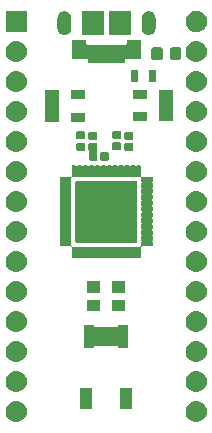
<source format=gbr>
G04 #@! TF.GenerationSoftware,KiCad,Pcbnew,5.0.1-33cea8e~66~ubuntu18.04.1*
G04 #@! TF.CreationDate,2018-10-18T22:19:59+02:00*
G04 #@! TF.ProjectId,Tiny-up5k,54696E792D7570356B2E6B696361645F,rev?*
G04 #@! TF.SameCoordinates,Original*
G04 #@! TF.FileFunction,Soldermask,Top*
G04 #@! TF.FilePolarity,Negative*
%FSLAX46Y46*%
G04 Gerber Fmt 4.6, Leading zero omitted, Abs format (unit mm)*
G04 Created by KiCad (PCBNEW 5.0.1-33cea8e~66~ubuntu18.04.1) date do 18 okt 2018 22:19:59 CEST*
%MOMM*%
%LPD*%
G01*
G04 APERTURE LIST*
%ADD10C,0.100000*%
G04 APERTURE END LIST*
D10*
G36*
X158932432Y-129932122D02*
X159102081Y-129983585D01*
X159258433Y-130067156D01*
X159395475Y-130179625D01*
X159507944Y-130316667D01*
X159591515Y-130473019D01*
X159642978Y-130642668D01*
X159660354Y-130819100D01*
X159642978Y-130995532D01*
X159591515Y-131165181D01*
X159507944Y-131321533D01*
X159395475Y-131458575D01*
X159258433Y-131571044D01*
X159102081Y-131654615D01*
X158932432Y-131706078D01*
X158800211Y-131719100D01*
X158711789Y-131719100D01*
X158579568Y-131706078D01*
X158409919Y-131654615D01*
X158253567Y-131571044D01*
X158116525Y-131458575D01*
X158004056Y-131321533D01*
X157920485Y-131165181D01*
X157869022Y-130995532D01*
X157851646Y-130819100D01*
X157869022Y-130642668D01*
X157920485Y-130473019D01*
X158004056Y-130316667D01*
X158116525Y-130179625D01*
X158253567Y-130067156D01*
X158409919Y-129983585D01*
X158579568Y-129932122D01*
X158711789Y-129919100D01*
X158800211Y-129919100D01*
X158932432Y-129932122D01*
X158932432Y-129932122D01*
G37*
G36*
X143692432Y-129932122D02*
X143862081Y-129983585D01*
X144018433Y-130067156D01*
X144155475Y-130179625D01*
X144267944Y-130316667D01*
X144351515Y-130473019D01*
X144402978Y-130642668D01*
X144420354Y-130819100D01*
X144402978Y-130995532D01*
X144351515Y-131165181D01*
X144267944Y-131321533D01*
X144155475Y-131458575D01*
X144018433Y-131571044D01*
X143862081Y-131654615D01*
X143692432Y-131706078D01*
X143560211Y-131719100D01*
X143471789Y-131719100D01*
X143339568Y-131706078D01*
X143169919Y-131654615D01*
X143013567Y-131571044D01*
X142876525Y-131458575D01*
X142764056Y-131321533D01*
X142680485Y-131165181D01*
X142629022Y-130995532D01*
X142611646Y-130819100D01*
X142629022Y-130642668D01*
X142680485Y-130473019D01*
X142764056Y-130316667D01*
X142876525Y-130179625D01*
X143013567Y-130067156D01*
X143169919Y-129983585D01*
X143339568Y-129932122D01*
X143471789Y-129919100D01*
X143560211Y-129919100D01*
X143692432Y-129932122D01*
X143692432Y-129932122D01*
G37*
G36*
X149930000Y-130623100D02*
X148930000Y-130623100D01*
X148930000Y-128823100D01*
X149930000Y-128823100D01*
X149930000Y-130623100D01*
X149930000Y-130623100D01*
G37*
G36*
X153330000Y-130623100D02*
X152330000Y-130623100D01*
X152330000Y-128823100D01*
X153330000Y-128823100D01*
X153330000Y-130623100D01*
X153330000Y-130623100D01*
G37*
G36*
X143692432Y-127392122D02*
X143862081Y-127443585D01*
X144018433Y-127527156D01*
X144155475Y-127639625D01*
X144267944Y-127776667D01*
X144351515Y-127933019D01*
X144402978Y-128102668D01*
X144420354Y-128279100D01*
X144402978Y-128455532D01*
X144351515Y-128625181D01*
X144267944Y-128781533D01*
X144155475Y-128918575D01*
X144018433Y-129031044D01*
X143862081Y-129114615D01*
X143692432Y-129166078D01*
X143560211Y-129179100D01*
X143471789Y-129179100D01*
X143339568Y-129166078D01*
X143169919Y-129114615D01*
X143013567Y-129031044D01*
X142876525Y-128918575D01*
X142764056Y-128781533D01*
X142680485Y-128625181D01*
X142629022Y-128455532D01*
X142611646Y-128279100D01*
X142629022Y-128102668D01*
X142680485Y-127933019D01*
X142764056Y-127776667D01*
X142876525Y-127639625D01*
X143013567Y-127527156D01*
X143169919Y-127443585D01*
X143339568Y-127392122D01*
X143471789Y-127379100D01*
X143560211Y-127379100D01*
X143692432Y-127392122D01*
X143692432Y-127392122D01*
G37*
G36*
X158932432Y-127392122D02*
X159102081Y-127443585D01*
X159258433Y-127527156D01*
X159395475Y-127639625D01*
X159507944Y-127776667D01*
X159591515Y-127933019D01*
X159642978Y-128102668D01*
X159660354Y-128279100D01*
X159642978Y-128455532D01*
X159591515Y-128625181D01*
X159507944Y-128781533D01*
X159395475Y-128918575D01*
X159258433Y-129031044D01*
X159102081Y-129114615D01*
X158932432Y-129166078D01*
X158800211Y-129179100D01*
X158711789Y-129179100D01*
X158579568Y-129166078D01*
X158409919Y-129114615D01*
X158253567Y-129031044D01*
X158116525Y-128918575D01*
X158004056Y-128781533D01*
X157920485Y-128625181D01*
X157869022Y-128455532D01*
X157851646Y-128279100D01*
X157869022Y-128102668D01*
X157920485Y-127933019D01*
X158004056Y-127776667D01*
X158116525Y-127639625D01*
X158253567Y-127527156D01*
X158409919Y-127443585D01*
X158579568Y-127392122D01*
X158711789Y-127379100D01*
X158800211Y-127379100D01*
X158932432Y-127392122D01*
X158932432Y-127392122D01*
G37*
G36*
X143692432Y-124852122D02*
X143862081Y-124903585D01*
X144018433Y-124987156D01*
X144155475Y-125099625D01*
X144267944Y-125236667D01*
X144351515Y-125393019D01*
X144402978Y-125562668D01*
X144420354Y-125739100D01*
X144402978Y-125915532D01*
X144351515Y-126085181D01*
X144267944Y-126241533D01*
X144155475Y-126378575D01*
X144018433Y-126491044D01*
X143862081Y-126574615D01*
X143692432Y-126626078D01*
X143560211Y-126639100D01*
X143471789Y-126639100D01*
X143339568Y-126626078D01*
X143169919Y-126574615D01*
X143013567Y-126491044D01*
X142876525Y-126378575D01*
X142764056Y-126241533D01*
X142680485Y-126085181D01*
X142629022Y-125915532D01*
X142611646Y-125739100D01*
X142629022Y-125562668D01*
X142680485Y-125393019D01*
X142764056Y-125236667D01*
X142876525Y-125099625D01*
X143013567Y-124987156D01*
X143169919Y-124903585D01*
X143339568Y-124852122D01*
X143471789Y-124839100D01*
X143560211Y-124839100D01*
X143692432Y-124852122D01*
X143692432Y-124852122D01*
G37*
G36*
X158932432Y-124852122D02*
X159102081Y-124903585D01*
X159258433Y-124987156D01*
X159395475Y-125099625D01*
X159507944Y-125236667D01*
X159591515Y-125393019D01*
X159642978Y-125562668D01*
X159660354Y-125739100D01*
X159642978Y-125915532D01*
X159591515Y-126085181D01*
X159507944Y-126241533D01*
X159395475Y-126378575D01*
X159258433Y-126491044D01*
X159102081Y-126574615D01*
X158932432Y-126626078D01*
X158800211Y-126639100D01*
X158711789Y-126639100D01*
X158579568Y-126626078D01*
X158409919Y-126574615D01*
X158253567Y-126491044D01*
X158116525Y-126378575D01*
X158004056Y-126241533D01*
X157920485Y-126085181D01*
X157869022Y-125915532D01*
X157851646Y-125739100D01*
X157869022Y-125562668D01*
X157920485Y-125393019D01*
X158004056Y-125236667D01*
X158116525Y-125099625D01*
X158253567Y-124987156D01*
X158409919Y-124903585D01*
X158579568Y-124852122D01*
X158711789Y-124839100D01*
X158800211Y-124839100D01*
X158932432Y-124852122D01*
X158932432Y-124852122D01*
G37*
G36*
X150105000Y-123560000D02*
X150107402Y-123584386D01*
X150114515Y-123607835D01*
X150126066Y-123629446D01*
X150141612Y-123648388D01*
X150160554Y-123663934D01*
X150182165Y-123675485D01*
X150205614Y-123682598D01*
X150230000Y-123685000D01*
X152030000Y-123685000D01*
X152054386Y-123682598D01*
X152077835Y-123675485D01*
X152099446Y-123663934D01*
X152118388Y-123648388D01*
X152133934Y-123629446D01*
X152145485Y-123607835D01*
X152152598Y-123584386D01*
X152155000Y-123560000D01*
X152155000Y-123510000D01*
X153005000Y-123510000D01*
X153005000Y-125410000D01*
X152155000Y-125410000D01*
X152155000Y-125360000D01*
X152152598Y-125335614D01*
X152145485Y-125312165D01*
X152133934Y-125290554D01*
X152118388Y-125271612D01*
X152099446Y-125256066D01*
X152077835Y-125244515D01*
X152054386Y-125237402D01*
X152030000Y-125235000D01*
X150230000Y-125235000D01*
X150205614Y-125237402D01*
X150182165Y-125244515D01*
X150160554Y-125256066D01*
X150141612Y-125271612D01*
X150126066Y-125290554D01*
X150114515Y-125312165D01*
X150107402Y-125335614D01*
X150105000Y-125360000D01*
X150105000Y-125410000D01*
X149255000Y-125410000D01*
X149255000Y-123510000D01*
X150105000Y-123510000D01*
X150105000Y-123560000D01*
X150105000Y-123560000D01*
G37*
G36*
X158932432Y-122312122D02*
X159102081Y-122363585D01*
X159258433Y-122447156D01*
X159395475Y-122559625D01*
X159507944Y-122696667D01*
X159591515Y-122853019D01*
X159642978Y-123022668D01*
X159660354Y-123199100D01*
X159642978Y-123375532D01*
X159591515Y-123545181D01*
X159507944Y-123701533D01*
X159395475Y-123838575D01*
X159258433Y-123951044D01*
X159102081Y-124034615D01*
X158932432Y-124086078D01*
X158800211Y-124099100D01*
X158711789Y-124099100D01*
X158579568Y-124086078D01*
X158409919Y-124034615D01*
X158253567Y-123951044D01*
X158116525Y-123838575D01*
X158004056Y-123701533D01*
X157920485Y-123545181D01*
X157869022Y-123375532D01*
X157851646Y-123199100D01*
X157869022Y-123022668D01*
X157920485Y-122853019D01*
X158004056Y-122696667D01*
X158116525Y-122559625D01*
X158253567Y-122447156D01*
X158409919Y-122363585D01*
X158579568Y-122312122D01*
X158711789Y-122299100D01*
X158800211Y-122299100D01*
X158932432Y-122312122D01*
X158932432Y-122312122D01*
G37*
G36*
X143692432Y-122312122D02*
X143862081Y-122363585D01*
X144018433Y-122447156D01*
X144155475Y-122559625D01*
X144267944Y-122696667D01*
X144351515Y-122853019D01*
X144402978Y-123022668D01*
X144420354Y-123199100D01*
X144402978Y-123375532D01*
X144351515Y-123545181D01*
X144267944Y-123701533D01*
X144155475Y-123838575D01*
X144018433Y-123951044D01*
X143862081Y-124034615D01*
X143692432Y-124086078D01*
X143560211Y-124099100D01*
X143471789Y-124099100D01*
X143339568Y-124086078D01*
X143169919Y-124034615D01*
X143013567Y-123951044D01*
X142876525Y-123838575D01*
X142764056Y-123701533D01*
X142680485Y-123545181D01*
X142629022Y-123375532D01*
X142611646Y-123199100D01*
X142629022Y-123022668D01*
X142680485Y-122853019D01*
X142764056Y-122696667D01*
X142876525Y-122559625D01*
X143013567Y-122447156D01*
X143169919Y-122363585D01*
X143339568Y-122312122D01*
X143471789Y-122299100D01*
X143560211Y-122299100D01*
X143692432Y-122312122D01*
X143692432Y-122312122D01*
G37*
G36*
X150605000Y-122349000D02*
X149505000Y-122349000D01*
X149505000Y-121349000D01*
X150605000Y-121349000D01*
X150605000Y-122349000D01*
X150605000Y-122349000D01*
G37*
G36*
X152755000Y-122349000D02*
X151655000Y-122349000D01*
X151655000Y-121349000D01*
X152755000Y-121349000D01*
X152755000Y-122349000D01*
X152755000Y-122349000D01*
G37*
G36*
X143692432Y-119772122D02*
X143862081Y-119823585D01*
X144018433Y-119907156D01*
X144155475Y-120019625D01*
X144267944Y-120156667D01*
X144351515Y-120313019D01*
X144402978Y-120482668D01*
X144420354Y-120659100D01*
X144402978Y-120835532D01*
X144351515Y-121005181D01*
X144267944Y-121161533D01*
X144155475Y-121298575D01*
X144018433Y-121411044D01*
X143862081Y-121494615D01*
X143692432Y-121546078D01*
X143560211Y-121559100D01*
X143471789Y-121559100D01*
X143339568Y-121546078D01*
X143169919Y-121494615D01*
X143013567Y-121411044D01*
X142876525Y-121298575D01*
X142764056Y-121161533D01*
X142680485Y-121005181D01*
X142629022Y-120835532D01*
X142611646Y-120659100D01*
X142629022Y-120482668D01*
X142680485Y-120313019D01*
X142764056Y-120156667D01*
X142876525Y-120019625D01*
X143013567Y-119907156D01*
X143169919Y-119823585D01*
X143339568Y-119772122D01*
X143471789Y-119759100D01*
X143560211Y-119759100D01*
X143692432Y-119772122D01*
X143692432Y-119772122D01*
G37*
G36*
X158932432Y-119772122D02*
X159102081Y-119823585D01*
X159258433Y-119907156D01*
X159395475Y-120019625D01*
X159507944Y-120156667D01*
X159591515Y-120313019D01*
X159642978Y-120482668D01*
X159660354Y-120659100D01*
X159642978Y-120835532D01*
X159591515Y-121005181D01*
X159507944Y-121161533D01*
X159395475Y-121298575D01*
X159258433Y-121411044D01*
X159102081Y-121494615D01*
X158932432Y-121546078D01*
X158800211Y-121559100D01*
X158711789Y-121559100D01*
X158579568Y-121546078D01*
X158409919Y-121494615D01*
X158253567Y-121411044D01*
X158116525Y-121298575D01*
X158004056Y-121161533D01*
X157920485Y-121005181D01*
X157869022Y-120835532D01*
X157851646Y-120659100D01*
X157869022Y-120482668D01*
X157920485Y-120313019D01*
X158004056Y-120156667D01*
X158116525Y-120019625D01*
X158253567Y-119907156D01*
X158409919Y-119823585D01*
X158579568Y-119772122D01*
X158711789Y-119759100D01*
X158800211Y-119759100D01*
X158932432Y-119772122D01*
X158932432Y-119772122D01*
G37*
G36*
X150605000Y-120799000D02*
X149505000Y-120799000D01*
X149505000Y-119799000D01*
X150605000Y-119799000D01*
X150605000Y-120799000D01*
X150605000Y-120799000D01*
G37*
G36*
X152755000Y-120799000D02*
X151655000Y-120799000D01*
X151655000Y-119799000D01*
X152755000Y-119799000D01*
X152755000Y-120799000D01*
X152755000Y-120799000D01*
G37*
G36*
X143692432Y-117232122D02*
X143862081Y-117283585D01*
X144018433Y-117367156D01*
X144155475Y-117479625D01*
X144267944Y-117616667D01*
X144351515Y-117773019D01*
X144402978Y-117942668D01*
X144420354Y-118119100D01*
X144402978Y-118295532D01*
X144351515Y-118465181D01*
X144267944Y-118621533D01*
X144155475Y-118758575D01*
X144018433Y-118871044D01*
X143862081Y-118954615D01*
X143692432Y-119006078D01*
X143560211Y-119019100D01*
X143471789Y-119019100D01*
X143339568Y-119006078D01*
X143169919Y-118954615D01*
X143013567Y-118871044D01*
X142876525Y-118758575D01*
X142764056Y-118621533D01*
X142680485Y-118465181D01*
X142629022Y-118295532D01*
X142611646Y-118119100D01*
X142629022Y-117942668D01*
X142680485Y-117773019D01*
X142764056Y-117616667D01*
X142876525Y-117479625D01*
X143013567Y-117367156D01*
X143169919Y-117283585D01*
X143339568Y-117232122D01*
X143471789Y-117219100D01*
X143560211Y-117219100D01*
X143692432Y-117232122D01*
X143692432Y-117232122D01*
G37*
G36*
X158932432Y-117232122D02*
X159102081Y-117283585D01*
X159258433Y-117367156D01*
X159395475Y-117479625D01*
X159507944Y-117616667D01*
X159591515Y-117773019D01*
X159642978Y-117942668D01*
X159660354Y-118119100D01*
X159642978Y-118295532D01*
X159591515Y-118465181D01*
X159507944Y-118621533D01*
X159395475Y-118758575D01*
X159258433Y-118871044D01*
X159102081Y-118954615D01*
X158932432Y-119006078D01*
X158800211Y-119019100D01*
X158711789Y-119019100D01*
X158579568Y-119006078D01*
X158409919Y-118954615D01*
X158253567Y-118871044D01*
X158116525Y-118758575D01*
X158004056Y-118621533D01*
X157920485Y-118465181D01*
X157869022Y-118295532D01*
X157851646Y-118119100D01*
X157869022Y-117942668D01*
X157920485Y-117773019D01*
X158004056Y-117616667D01*
X158116525Y-117479625D01*
X158253567Y-117367156D01*
X158409919Y-117283585D01*
X158579568Y-117232122D01*
X158711789Y-117219100D01*
X158800211Y-117219100D01*
X158932432Y-117232122D01*
X158932432Y-117232122D01*
G37*
G36*
X148534761Y-109995073D02*
X148539335Y-109996461D01*
X148543550Y-109998714D01*
X148550700Y-110004582D01*
X148571075Y-110018196D01*
X148593714Y-110027573D01*
X148617747Y-110032354D01*
X148642251Y-110032354D01*
X148666285Y-110027574D01*
X148688924Y-110018197D01*
X148709300Y-110004582D01*
X148716450Y-109998714D01*
X148720665Y-109996461D01*
X148725239Y-109995073D01*
X148736138Y-109994000D01*
X149023862Y-109994000D01*
X149034761Y-109995073D01*
X149039335Y-109996461D01*
X149043550Y-109998714D01*
X149050700Y-110004582D01*
X149071075Y-110018196D01*
X149093714Y-110027573D01*
X149117747Y-110032354D01*
X149142251Y-110032354D01*
X149166285Y-110027574D01*
X149188924Y-110018197D01*
X149209300Y-110004582D01*
X149216450Y-109998714D01*
X149220665Y-109996461D01*
X149225239Y-109995073D01*
X149236138Y-109994000D01*
X149523862Y-109994000D01*
X149534761Y-109995073D01*
X149539335Y-109996461D01*
X149543550Y-109998714D01*
X149550700Y-110004582D01*
X149571075Y-110018196D01*
X149593714Y-110027573D01*
X149617747Y-110032354D01*
X149642251Y-110032354D01*
X149666285Y-110027574D01*
X149688924Y-110018197D01*
X149709300Y-110004582D01*
X149716450Y-109998714D01*
X149720665Y-109996461D01*
X149725239Y-109995073D01*
X149736138Y-109994000D01*
X150023862Y-109994000D01*
X150034761Y-109995073D01*
X150039335Y-109996461D01*
X150043550Y-109998714D01*
X150050700Y-110004582D01*
X150071075Y-110018196D01*
X150093714Y-110027573D01*
X150117747Y-110032354D01*
X150142251Y-110032354D01*
X150166285Y-110027574D01*
X150188924Y-110018197D01*
X150209300Y-110004582D01*
X150216450Y-109998714D01*
X150220665Y-109996461D01*
X150225239Y-109995073D01*
X150236138Y-109994000D01*
X150523862Y-109994000D01*
X150534761Y-109995073D01*
X150539335Y-109996461D01*
X150543550Y-109998714D01*
X150550700Y-110004582D01*
X150571075Y-110018196D01*
X150593714Y-110027573D01*
X150617747Y-110032354D01*
X150642251Y-110032354D01*
X150666285Y-110027574D01*
X150688924Y-110018197D01*
X150709300Y-110004582D01*
X150716450Y-109998714D01*
X150720665Y-109996461D01*
X150725239Y-109995073D01*
X150736138Y-109994000D01*
X151023862Y-109994000D01*
X151034761Y-109995073D01*
X151039335Y-109996461D01*
X151043550Y-109998714D01*
X151050700Y-110004582D01*
X151071075Y-110018196D01*
X151093714Y-110027573D01*
X151117747Y-110032354D01*
X151142251Y-110032354D01*
X151166285Y-110027574D01*
X151188924Y-110018197D01*
X151209300Y-110004582D01*
X151216450Y-109998714D01*
X151220665Y-109996461D01*
X151225239Y-109995073D01*
X151236138Y-109994000D01*
X151523862Y-109994000D01*
X151534761Y-109995073D01*
X151539335Y-109996461D01*
X151543550Y-109998714D01*
X151550700Y-110004582D01*
X151571075Y-110018196D01*
X151593714Y-110027573D01*
X151617747Y-110032354D01*
X151642251Y-110032354D01*
X151666285Y-110027574D01*
X151688924Y-110018197D01*
X151709300Y-110004582D01*
X151716450Y-109998714D01*
X151720665Y-109996461D01*
X151725239Y-109995073D01*
X151736138Y-109994000D01*
X152023862Y-109994000D01*
X152034761Y-109995073D01*
X152039335Y-109996461D01*
X152043550Y-109998714D01*
X152050700Y-110004582D01*
X152071075Y-110018196D01*
X152093714Y-110027573D01*
X152117747Y-110032354D01*
X152142251Y-110032354D01*
X152166285Y-110027574D01*
X152188924Y-110018197D01*
X152209300Y-110004582D01*
X152216450Y-109998714D01*
X152220665Y-109996461D01*
X152225239Y-109995073D01*
X152236138Y-109994000D01*
X152523862Y-109994000D01*
X152534761Y-109995073D01*
X152539335Y-109996461D01*
X152543550Y-109998714D01*
X152550700Y-110004582D01*
X152571075Y-110018196D01*
X152593714Y-110027573D01*
X152617747Y-110032354D01*
X152642251Y-110032354D01*
X152666285Y-110027574D01*
X152688924Y-110018197D01*
X152709300Y-110004582D01*
X152716450Y-109998714D01*
X152720665Y-109996461D01*
X152725239Y-109995073D01*
X152736138Y-109994000D01*
X153023862Y-109994000D01*
X153034761Y-109995073D01*
X153039335Y-109996461D01*
X153043550Y-109998714D01*
X153050700Y-110004582D01*
X153071075Y-110018196D01*
X153093714Y-110027573D01*
X153117747Y-110032354D01*
X153142251Y-110032354D01*
X153166285Y-110027574D01*
X153188924Y-110018197D01*
X153209300Y-110004582D01*
X153216450Y-109998714D01*
X153220665Y-109996461D01*
X153225239Y-109995073D01*
X153236138Y-109994000D01*
X153523862Y-109994000D01*
X153534761Y-109995073D01*
X153539335Y-109996461D01*
X153543550Y-109998714D01*
X153550700Y-110004582D01*
X153571075Y-110018196D01*
X153593714Y-110027573D01*
X153617747Y-110032354D01*
X153642251Y-110032354D01*
X153666285Y-110027574D01*
X153688924Y-110018197D01*
X153709300Y-110004582D01*
X153716450Y-109998714D01*
X153720665Y-109996461D01*
X153725239Y-109995073D01*
X153736138Y-109994000D01*
X154023862Y-109994000D01*
X154034761Y-109995073D01*
X154039335Y-109996461D01*
X154043553Y-109998716D01*
X154047250Y-110001750D01*
X154050284Y-110005447D01*
X154052539Y-110009665D01*
X154053927Y-110014239D01*
X154055000Y-110025138D01*
X154055000Y-110869000D01*
X154057402Y-110893386D01*
X154064515Y-110916835D01*
X154076066Y-110938446D01*
X154091612Y-110957388D01*
X154110554Y-110972934D01*
X154132165Y-110984485D01*
X154155614Y-110991598D01*
X154180000Y-110994000D01*
X155023862Y-110994000D01*
X155034761Y-110995073D01*
X155039335Y-110996461D01*
X155043553Y-110998716D01*
X155047250Y-111001750D01*
X155050284Y-111005447D01*
X155052539Y-111009665D01*
X155053927Y-111014239D01*
X155055000Y-111025138D01*
X155055000Y-111312862D01*
X155053927Y-111323761D01*
X155052539Y-111328335D01*
X155050286Y-111332550D01*
X155044418Y-111339700D01*
X155030804Y-111360075D01*
X155021427Y-111382714D01*
X155016646Y-111406747D01*
X155016646Y-111431251D01*
X155021426Y-111455285D01*
X155030803Y-111477924D01*
X155044418Y-111498300D01*
X155050286Y-111505450D01*
X155052539Y-111509665D01*
X155053927Y-111514239D01*
X155055000Y-111525138D01*
X155055000Y-111812862D01*
X155053927Y-111823761D01*
X155052539Y-111828335D01*
X155050286Y-111832550D01*
X155044418Y-111839700D01*
X155030804Y-111860075D01*
X155021427Y-111882714D01*
X155016646Y-111906747D01*
X155016646Y-111931251D01*
X155021426Y-111955285D01*
X155030803Y-111977924D01*
X155044418Y-111998300D01*
X155050286Y-112005450D01*
X155052539Y-112009665D01*
X155053927Y-112014239D01*
X155055000Y-112025138D01*
X155055000Y-112312862D01*
X155053927Y-112323761D01*
X155052539Y-112328335D01*
X155050286Y-112332550D01*
X155044418Y-112339700D01*
X155030804Y-112360075D01*
X155021427Y-112382714D01*
X155016646Y-112406747D01*
X155016646Y-112431251D01*
X155021426Y-112455285D01*
X155030803Y-112477924D01*
X155044418Y-112498300D01*
X155050286Y-112505450D01*
X155052539Y-112509665D01*
X155053927Y-112514239D01*
X155055000Y-112525138D01*
X155055000Y-112812862D01*
X155053927Y-112823761D01*
X155052539Y-112828335D01*
X155050286Y-112832550D01*
X155044418Y-112839700D01*
X155030804Y-112860075D01*
X155021427Y-112882714D01*
X155016646Y-112906747D01*
X155016646Y-112931251D01*
X155021426Y-112955285D01*
X155030803Y-112977924D01*
X155044418Y-112998300D01*
X155050286Y-113005450D01*
X155052539Y-113009665D01*
X155053927Y-113014239D01*
X155055000Y-113025138D01*
X155055000Y-113312862D01*
X155053927Y-113323761D01*
X155052539Y-113328335D01*
X155050286Y-113332550D01*
X155044418Y-113339700D01*
X155030804Y-113360075D01*
X155021427Y-113382714D01*
X155016646Y-113406747D01*
X155016646Y-113431251D01*
X155021426Y-113455285D01*
X155030803Y-113477924D01*
X155044418Y-113498300D01*
X155050286Y-113505450D01*
X155052539Y-113509665D01*
X155053927Y-113514239D01*
X155055000Y-113525138D01*
X155055000Y-113812862D01*
X155053927Y-113823761D01*
X155052539Y-113828335D01*
X155050286Y-113832550D01*
X155044418Y-113839700D01*
X155030804Y-113860075D01*
X155021427Y-113882714D01*
X155016646Y-113906747D01*
X155016646Y-113931251D01*
X155021426Y-113955285D01*
X155030803Y-113977924D01*
X155044418Y-113998300D01*
X155050286Y-114005450D01*
X155052539Y-114009665D01*
X155053927Y-114014239D01*
X155055000Y-114025138D01*
X155055000Y-114312862D01*
X155053927Y-114323761D01*
X155052539Y-114328335D01*
X155050286Y-114332550D01*
X155044418Y-114339700D01*
X155030804Y-114360075D01*
X155021427Y-114382714D01*
X155016646Y-114406747D01*
X155016646Y-114431251D01*
X155021426Y-114455285D01*
X155030803Y-114477924D01*
X155044418Y-114498300D01*
X155050286Y-114505450D01*
X155052539Y-114509665D01*
X155053927Y-114514239D01*
X155055000Y-114525138D01*
X155055000Y-114812862D01*
X155053927Y-114823761D01*
X155052539Y-114828335D01*
X155050286Y-114832550D01*
X155044418Y-114839700D01*
X155030804Y-114860075D01*
X155021427Y-114882714D01*
X155016646Y-114906747D01*
X155016646Y-114931251D01*
X155021426Y-114955285D01*
X155030803Y-114977924D01*
X155044418Y-114998300D01*
X155050286Y-115005450D01*
X155052539Y-115009665D01*
X155053927Y-115014239D01*
X155055000Y-115025138D01*
X155055000Y-115312862D01*
X155053927Y-115323761D01*
X155052539Y-115328335D01*
X155050286Y-115332550D01*
X155044418Y-115339700D01*
X155030804Y-115360075D01*
X155021427Y-115382714D01*
X155016646Y-115406747D01*
X155016646Y-115431251D01*
X155021426Y-115455285D01*
X155030803Y-115477924D01*
X155044418Y-115498300D01*
X155050286Y-115505450D01*
X155052539Y-115509665D01*
X155053927Y-115514239D01*
X155055000Y-115525138D01*
X155055000Y-115812862D01*
X155053927Y-115823761D01*
X155052539Y-115828335D01*
X155050286Y-115832550D01*
X155044418Y-115839700D01*
X155030804Y-115860075D01*
X155021427Y-115882714D01*
X155016646Y-115906747D01*
X155016646Y-115931251D01*
X155021426Y-115955285D01*
X155030803Y-115977924D01*
X155044418Y-115998300D01*
X155050286Y-116005450D01*
X155052539Y-116009665D01*
X155053927Y-116014239D01*
X155055000Y-116025138D01*
X155055000Y-116312862D01*
X155053927Y-116323761D01*
X155052539Y-116328335D01*
X155050286Y-116332550D01*
X155044418Y-116339700D01*
X155030804Y-116360075D01*
X155021427Y-116382714D01*
X155016646Y-116406747D01*
X155016646Y-116431251D01*
X155021426Y-116455285D01*
X155030803Y-116477924D01*
X155044418Y-116498300D01*
X155050286Y-116505450D01*
X155052539Y-116509665D01*
X155053927Y-116514239D01*
X155055000Y-116525138D01*
X155055000Y-116812862D01*
X155053927Y-116823761D01*
X155052539Y-116828335D01*
X155050284Y-116832553D01*
X155047250Y-116836250D01*
X155043553Y-116839284D01*
X155039335Y-116841539D01*
X155034761Y-116842927D01*
X155023862Y-116844000D01*
X154180000Y-116844000D01*
X154155614Y-116846402D01*
X154132165Y-116853515D01*
X154110554Y-116865066D01*
X154091612Y-116880612D01*
X154076066Y-116899554D01*
X154064515Y-116921165D01*
X154057402Y-116944614D01*
X154055000Y-116969000D01*
X154055000Y-117812862D01*
X154053927Y-117823761D01*
X154052539Y-117828335D01*
X154050284Y-117832553D01*
X154047250Y-117836250D01*
X154043553Y-117839284D01*
X154039335Y-117841539D01*
X154034761Y-117842927D01*
X154023862Y-117844000D01*
X153736138Y-117844000D01*
X153725239Y-117842927D01*
X153720665Y-117841539D01*
X153716450Y-117839286D01*
X153709300Y-117833418D01*
X153688925Y-117819804D01*
X153666286Y-117810427D01*
X153642253Y-117805646D01*
X153617749Y-117805646D01*
X153593715Y-117810426D01*
X153571076Y-117819803D01*
X153550700Y-117833418D01*
X153543550Y-117839286D01*
X153539335Y-117841539D01*
X153534761Y-117842927D01*
X153523862Y-117844000D01*
X153236138Y-117844000D01*
X153225239Y-117842927D01*
X153220665Y-117841539D01*
X153216450Y-117839286D01*
X153209300Y-117833418D01*
X153188925Y-117819804D01*
X153166286Y-117810427D01*
X153142253Y-117805646D01*
X153117749Y-117805646D01*
X153093715Y-117810426D01*
X153071076Y-117819803D01*
X153050700Y-117833418D01*
X153043550Y-117839286D01*
X153039335Y-117841539D01*
X153034761Y-117842927D01*
X153023862Y-117844000D01*
X152736138Y-117844000D01*
X152725239Y-117842927D01*
X152720665Y-117841539D01*
X152716450Y-117839286D01*
X152709300Y-117833418D01*
X152688925Y-117819804D01*
X152666286Y-117810427D01*
X152642253Y-117805646D01*
X152617749Y-117805646D01*
X152593715Y-117810426D01*
X152571076Y-117819803D01*
X152550700Y-117833418D01*
X152543550Y-117839286D01*
X152539335Y-117841539D01*
X152534761Y-117842927D01*
X152523862Y-117844000D01*
X152236138Y-117844000D01*
X152225239Y-117842927D01*
X152220665Y-117841539D01*
X152216450Y-117839286D01*
X152209300Y-117833418D01*
X152188925Y-117819804D01*
X152166286Y-117810427D01*
X152142253Y-117805646D01*
X152117749Y-117805646D01*
X152093715Y-117810426D01*
X152071076Y-117819803D01*
X152050700Y-117833418D01*
X152043550Y-117839286D01*
X152039335Y-117841539D01*
X152034761Y-117842927D01*
X152023862Y-117844000D01*
X151736138Y-117844000D01*
X151725239Y-117842927D01*
X151720665Y-117841539D01*
X151716450Y-117839286D01*
X151709300Y-117833418D01*
X151688925Y-117819804D01*
X151666286Y-117810427D01*
X151642253Y-117805646D01*
X151617749Y-117805646D01*
X151593715Y-117810426D01*
X151571076Y-117819803D01*
X151550700Y-117833418D01*
X151543550Y-117839286D01*
X151539335Y-117841539D01*
X151534761Y-117842927D01*
X151523862Y-117844000D01*
X151236138Y-117844000D01*
X151225239Y-117842927D01*
X151220665Y-117841539D01*
X151216450Y-117839286D01*
X151209300Y-117833418D01*
X151188925Y-117819804D01*
X151166286Y-117810427D01*
X151142253Y-117805646D01*
X151117749Y-117805646D01*
X151093715Y-117810426D01*
X151071076Y-117819803D01*
X151050700Y-117833418D01*
X151043550Y-117839286D01*
X151039335Y-117841539D01*
X151034761Y-117842927D01*
X151023862Y-117844000D01*
X150736138Y-117844000D01*
X150725239Y-117842927D01*
X150720665Y-117841539D01*
X150716450Y-117839286D01*
X150709300Y-117833418D01*
X150688925Y-117819804D01*
X150666286Y-117810427D01*
X150642253Y-117805646D01*
X150617749Y-117805646D01*
X150593715Y-117810426D01*
X150571076Y-117819803D01*
X150550700Y-117833418D01*
X150543550Y-117839286D01*
X150539335Y-117841539D01*
X150534761Y-117842927D01*
X150523862Y-117844000D01*
X150236138Y-117844000D01*
X150225239Y-117842927D01*
X150220665Y-117841539D01*
X150216450Y-117839286D01*
X150209300Y-117833418D01*
X150188925Y-117819804D01*
X150166286Y-117810427D01*
X150142253Y-117805646D01*
X150117749Y-117805646D01*
X150093715Y-117810426D01*
X150071076Y-117819803D01*
X150050700Y-117833418D01*
X150043550Y-117839286D01*
X150039335Y-117841539D01*
X150034761Y-117842927D01*
X150023862Y-117844000D01*
X149736138Y-117844000D01*
X149725239Y-117842927D01*
X149720665Y-117841539D01*
X149716450Y-117839286D01*
X149709300Y-117833418D01*
X149688925Y-117819804D01*
X149666286Y-117810427D01*
X149642253Y-117805646D01*
X149617749Y-117805646D01*
X149593715Y-117810426D01*
X149571076Y-117819803D01*
X149550700Y-117833418D01*
X149543550Y-117839286D01*
X149539335Y-117841539D01*
X149534761Y-117842927D01*
X149523862Y-117844000D01*
X149236138Y-117844000D01*
X149225239Y-117842927D01*
X149220665Y-117841539D01*
X149216450Y-117839286D01*
X149209300Y-117833418D01*
X149188925Y-117819804D01*
X149166286Y-117810427D01*
X149142253Y-117805646D01*
X149117749Y-117805646D01*
X149093715Y-117810426D01*
X149071076Y-117819803D01*
X149050700Y-117833418D01*
X149043550Y-117839286D01*
X149039335Y-117841539D01*
X149034761Y-117842927D01*
X149023862Y-117844000D01*
X148736138Y-117844000D01*
X148725239Y-117842927D01*
X148720665Y-117841539D01*
X148716450Y-117839286D01*
X148709300Y-117833418D01*
X148688925Y-117819804D01*
X148666286Y-117810427D01*
X148642253Y-117805646D01*
X148617749Y-117805646D01*
X148593715Y-117810426D01*
X148571076Y-117819803D01*
X148550700Y-117833418D01*
X148543550Y-117839286D01*
X148539335Y-117841539D01*
X148534761Y-117842927D01*
X148523862Y-117844000D01*
X148236138Y-117844000D01*
X148225239Y-117842927D01*
X148220665Y-117841539D01*
X148216447Y-117839284D01*
X148212750Y-117836250D01*
X148209716Y-117832553D01*
X148207461Y-117828335D01*
X148206073Y-117823761D01*
X148205000Y-117812862D01*
X148205000Y-116969000D01*
X148202598Y-116944614D01*
X148195485Y-116921165D01*
X148183934Y-116899554D01*
X148168388Y-116880612D01*
X148149446Y-116865066D01*
X148127835Y-116853515D01*
X148104386Y-116846402D01*
X148080000Y-116844000D01*
X147236138Y-116844000D01*
X147225239Y-116842927D01*
X147220665Y-116841539D01*
X147216447Y-116839284D01*
X147212750Y-116836250D01*
X147209716Y-116832553D01*
X147207461Y-116828335D01*
X147206073Y-116823761D01*
X147205000Y-116812862D01*
X147205000Y-116525138D01*
X147206073Y-116514239D01*
X147207461Y-116509665D01*
X147209714Y-116505450D01*
X147215582Y-116498300D01*
X147229196Y-116477925D01*
X147238573Y-116455286D01*
X147243354Y-116431253D01*
X147243354Y-116406749D01*
X147238574Y-116382715D01*
X147229197Y-116360076D01*
X147215582Y-116339700D01*
X147209714Y-116332550D01*
X147207461Y-116328335D01*
X147206073Y-116323761D01*
X147205000Y-116312862D01*
X147205000Y-116025138D01*
X147206073Y-116014239D01*
X147207461Y-116009665D01*
X147209714Y-116005450D01*
X147215582Y-115998300D01*
X147229196Y-115977925D01*
X147238573Y-115955286D01*
X147243354Y-115931253D01*
X147243354Y-115906749D01*
X147238574Y-115882715D01*
X147229197Y-115860076D01*
X147215582Y-115839700D01*
X147209714Y-115832550D01*
X147207461Y-115828335D01*
X147206073Y-115823761D01*
X147205000Y-115812862D01*
X147205000Y-115525138D01*
X147206073Y-115514239D01*
X147207461Y-115509665D01*
X147209714Y-115505450D01*
X147215582Y-115498300D01*
X147229196Y-115477925D01*
X147238573Y-115455286D01*
X147243354Y-115431253D01*
X147243354Y-115406749D01*
X147238574Y-115382715D01*
X147229197Y-115360076D01*
X147215582Y-115339700D01*
X147209714Y-115332550D01*
X147207461Y-115328335D01*
X147206073Y-115323761D01*
X147205000Y-115312862D01*
X147205000Y-115025138D01*
X147206073Y-115014239D01*
X147207461Y-115009665D01*
X147209714Y-115005450D01*
X147215582Y-114998300D01*
X147229196Y-114977925D01*
X147238573Y-114955286D01*
X147243354Y-114931253D01*
X147243354Y-114906749D01*
X147238574Y-114882715D01*
X147229197Y-114860076D01*
X147215582Y-114839700D01*
X147209714Y-114832550D01*
X147207461Y-114828335D01*
X147206073Y-114823761D01*
X147205000Y-114812862D01*
X147205000Y-114525138D01*
X147206073Y-114514239D01*
X147207461Y-114509665D01*
X147209714Y-114505450D01*
X147215582Y-114498300D01*
X147229196Y-114477925D01*
X147238573Y-114455286D01*
X147243354Y-114431253D01*
X147243354Y-114406749D01*
X147238574Y-114382715D01*
X147229197Y-114360076D01*
X147215582Y-114339700D01*
X147209714Y-114332550D01*
X147207461Y-114328335D01*
X147206073Y-114323761D01*
X147205000Y-114312862D01*
X147205000Y-114025138D01*
X147206073Y-114014239D01*
X147207461Y-114009665D01*
X147209714Y-114005450D01*
X147215582Y-113998300D01*
X147229196Y-113977925D01*
X147238573Y-113955286D01*
X147243354Y-113931253D01*
X147243354Y-113906749D01*
X147238574Y-113882715D01*
X147229197Y-113860076D01*
X147215582Y-113839700D01*
X147209714Y-113832550D01*
X147207461Y-113828335D01*
X147206073Y-113823761D01*
X147205000Y-113812862D01*
X147205000Y-113525138D01*
X147206073Y-113514239D01*
X147207461Y-113509665D01*
X147209714Y-113505450D01*
X147215582Y-113498300D01*
X147229196Y-113477925D01*
X147238573Y-113455286D01*
X147243354Y-113431253D01*
X147243354Y-113406749D01*
X147238574Y-113382715D01*
X147229197Y-113360076D01*
X147215582Y-113339700D01*
X147209714Y-113332550D01*
X147207461Y-113328335D01*
X147206073Y-113323761D01*
X147205000Y-113312862D01*
X147205000Y-113025138D01*
X147206073Y-113014239D01*
X147207461Y-113009665D01*
X147209714Y-113005450D01*
X147215582Y-112998300D01*
X147229196Y-112977925D01*
X147238573Y-112955286D01*
X147243354Y-112931253D01*
X147243354Y-112906749D01*
X147238574Y-112882715D01*
X147229197Y-112860076D01*
X147215582Y-112839700D01*
X147209714Y-112832550D01*
X147207461Y-112828335D01*
X147206073Y-112823761D01*
X147205000Y-112812862D01*
X147205000Y-112525138D01*
X147206073Y-112514239D01*
X147207461Y-112509665D01*
X147209714Y-112505450D01*
X147215582Y-112498300D01*
X147229196Y-112477925D01*
X147238573Y-112455286D01*
X147243354Y-112431253D01*
X147243354Y-112406749D01*
X147238574Y-112382715D01*
X147229197Y-112360076D01*
X147215582Y-112339700D01*
X147209714Y-112332550D01*
X147207461Y-112328335D01*
X147206073Y-112323761D01*
X147205000Y-112312862D01*
X147205000Y-112025138D01*
X147206073Y-112014239D01*
X147207461Y-112009665D01*
X147209714Y-112005450D01*
X147215582Y-111998300D01*
X147229196Y-111977925D01*
X147238573Y-111955286D01*
X147243354Y-111931253D01*
X147243354Y-111906749D01*
X147238574Y-111882715D01*
X147229197Y-111860076D01*
X147215582Y-111839700D01*
X147209714Y-111832550D01*
X147207461Y-111828335D01*
X147206073Y-111823761D01*
X147205000Y-111812862D01*
X147205000Y-111525138D01*
X147206073Y-111514239D01*
X147207461Y-111509665D01*
X147209714Y-111505450D01*
X147215582Y-111498300D01*
X147229196Y-111477925D01*
X147238573Y-111455286D01*
X147243354Y-111431253D01*
X147243354Y-111406749D01*
X147243354Y-111406747D01*
X148141646Y-111406747D01*
X148141646Y-111431251D01*
X148146426Y-111455285D01*
X148155803Y-111477924D01*
X148169418Y-111498300D01*
X148175286Y-111505450D01*
X148177539Y-111509665D01*
X148178927Y-111514239D01*
X148180000Y-111525138D01*
X148180000Y-111812862D01*
X148178927Y-111823761D01*
X148177539Y-111828335D01*
X148175286Y-111832550D01*
X148169418Y-111839700D01*
X148155804Y-111860075D01*
X148146427Y-111882714D01*
X148141646Y-111906747D01*
X148141646Y-111931251D01*
X148146426Y-111955285D01*
X148155803Y-111977924D01*
X148169418Y-111998300D01*
X148175286Y-112005450D01*
X148177539Y-112009665D01*
X148178927Y-112014239D01*
X148180000Y-112025138D01*
X148180000Y-112312862D01*
X148178927Y-112323761D01*
X148177539Y-112328335D01*
X148175286Y-112332550D01*
X148169418Y-112339700D01*
X148155804Y-112360075D01*
X148146427Y-112382714D01*
X148141646Y-112406747D01*
X148141646Y-112431251D01*
X148146426Y-112455285D01*
X148155803Y-112477924D01*
X148169418Y-112498300D01*
X148175286Y-112505450D01*
X148177539Y-112509665D01*
X148178927Y-112514239D01*
X148180000Y-112525138D01*
X148180000Y-112812862D01*
X148178927Y-112823761D01*
X148177539Y-112828335D01*
X148175286Y-112832550D01*
X148169418Y-112839700D01*
X148155804Y-112860075D01*
X148146427Y-112882714D01*
X148141646Y-112906747D01*
X148141646Y-112931251D01*
X148146426Y-112955285D01*
X148155803Y-112977924D01*
X148169418Y-112998300D01*
X148175286Y-113005450D01*
X148177539Y-113009665D01*
X148178927Y-113014239D01*
X148180000Y-113025138D01*
X148180000Y-113312862D01*
X148178927Y-113323761D01*
X148177539Y-113328335D01*
X148175286Y-113332550D01*
X148169418Y-113339700D01*
X148155804Y-113360075D01*
X148146427Y-113382714D01*
X148141646Y-113406747D01*
X148141646Y-113431251D01*
X148146426Y-113455285D01*
X148155803Y-113477924D01*
X148169418Y-113498300D01*
X148175286Y-113505450D01*
X148177539Y-113509665D01*
X148178927Y-113514239D01*
X148180000Y-113525138D01*
X148180000Y-113812862D01*
X148178927Y-113823761D01*
X148177539Y-113828335D01*
X148175286Y-113832550D01*
X148169418Y-113839700D01*
X148155804Y-113860075D01*
X148146427Y-113882714D01*
X148141646Y-113906747D01*
X148141646Y-113931251D01*
X148146426Y-113955285D01*
X148155803Y-113977924D01*
X148169418Y-113998300D01*
X148175286Y-114005450D01*
X148177539Y-114009665D01*
X148178927Y-114014239D01*
X148180000Y-114025138D01*
X148180000Y-114312862D01*
X148178927Y-114323761D01*
X148177539Y-114328335D01*
X148175286Y-114332550D01*
X148169418Y-114339700D01*
X148155804Y-114360075D01*
X148146427Y-114382714D01*
X148141646Y-114406747D01*
X148141646Y-114431251D01*
X148146426Y-114455285D01*
X148155803Y-114477924D01*
X148169418Y-114498300D01*
X148175286Y-114505450D01*
X148177539Y-114509665D01*
X148178927Y-114514239D01*
X148180000Y-114525138D01*
X148180000Y-114812862D01*
X148178927Y-114823761D01*
X148177539Y-114828335D01*
X148175286Y-114832550D01*
X148169418Y-114839700D01*
X148155804Y-114860075D01*
X148146427Y-114882714D01*
X148141646Y-114906747D01*
X148141646Y-114931251D01*
X148146426Y-114955285D01*
X148155803Y-114977924D01*
X148169418Y-114998300D01*
X148175286Y-115005450D01*
X148177539Y-115009665D01*
X148178927Y-115014239D01*
X148180000Y-115025138D01*
X148180000Y-115312862D01*
X148178927Y-115323761D01*
X148177539Y-115328335D01*
X148175286Y-115332550D01*
X148169418Y-115339700D01*
X148155804Y-115360075D01*
X148146427Y-115382714D01*
X148141646Y-115406747D01*
X148141646Y-115431251D01*
X148146426Y-115455285D01*
X148155803Y-115477924D01*
X148169418Y-115498300D01*
X148175286Y-115505450D01*
X148177539Y-115509665D01*
X148178927Y-115514239D01*
X148180000Y-115525138D01*
X148180000Y-115812862D01*
X148178927Y-115823761D01*
X148177539Y-115828335D01*
X148175286Y-115832550D01*
X148169418Y-115839700D01*
X148155804Y-115860075D01*
X148146427Y-115882714D01*
X148141646Y-115906747D01*
X148141646Y-115931251D01*
X148146426Y-115955285D01*
X148155803Y-115977924D01*
X148169418Y-115998300D01*
X148175286Y-116005450D01*
X148177539Y-116009665D01*
X148178927Y-116014239D01*
X148180000Y-116025138D01*
X148180000Y-116312862D01*
X148178927Y-116323761D01*
X148177539Y-116328335D01*
X148175286Y-116332550D01*
X148169418Y-116339700D01*
X148155804Y-116360075D01*
X148146427Y-116382714D01*
X148141646Y-116406747D01*
X148141646Y-116431251D01*
X148146426Y-116455285D01*
X148155803Y-116477924D01*
X148169418Y-116498300D01*
X148175286Y-116505450D01*
X148177539Y-116509665D01*
X148178927Y-116514239D01*
X148180000Y-116525138D01*
X148180000Y-116744000D01*
X148182402Y-116768386D01*
X148189515Y-116791835D01*
X148201066Y-116813446D01*
X148216612Y-116832388D01*
X148235554Y-116847934D01*
X148257165Y-116859485D01*
X148280614Y-116866598D01*
X148305000Y-116869000D01*
X148523862Y-116869000D01*
X148534761Y-116870073D01*
X148539335Y-116871461D01*
X148543550Y-116873714D01*
X148550700Y-116879582D01*
X148571075Y-116893196D01*
X148593714Y-116902573D01*
X148617747Y-116907354D01*
X148642251Y-116907354D01*
X148666285Y-116902574D01*
X148688924Y-116893197D01*
X148709300Y-116879582D01*
X148716450Y-116873714D01*
X148720665Y-116871461D01*
X148725239Y-116870073D01*
X148736138Y-116869000D01*
X149023862Y-116869000D01*
X149034761Y-116870073D01*
X149039335Y-116871461D01*
X149043550Y-116873714D01*
X149050700Y-116879582D01*
X149071075Y-116893196D01*
X149093714Y-116902573D01*
X149117747Y-116907354D01*
X149142251Y-116907354D01*
X149166285Y-116902574D01*
X149188924Y-116893197D01*
X149209300Y-116879582D01*
X149216450Y-116873714D01*
X149220665Y-116871461D01*
X149225239Y-116870073D01*
X149236138Y-116869000D01*
X149523862Y-116869000D01*
X149534761Y-116870073D01*
X149539335Y-116871461D01*
X149543550Y-116873714D01*
X149550700Y-116879582D01*
X149571075Y-116893196D01*
X149593714Y-116902573D01*
X149617747Y-116907354D01*
X149642251Y-116907354D01*
X149666285Y-116902574D01*
X149688924Y-116893197D01*
X149709300Y-116879582D01*
X149716450Y-116873714D01*
X149720665Y-116871461D01*
X149725239Y-116870073D01*
X149736138Y-116869000D01*
X150023862Y-116869000D01*
X150034761Y-116870073D01*
X150039335Y-116871461D01*
X150043550Y-116873714D01*
X150050700Y-116879582D01*
X150071075Y-116893196D01*
X150093714Y-116902573D01*
X150117747Y-116907354D01*
X150142251Y-116907354D01*
X150166285Y-116902574D01*
X150188924Y-116893197D01*
X150209300Y-116879582D01*
X150216450Y-116873714D01*
X150220665Y-116871461D01*
X150225239Y-116870073D01*
X150236138Y-116869000D01*
X150523862Y-116869000D01*
X150534761Y-116870073D01*
X150539335Y-116871461D01*
X150543550Y-116873714D01*
X150550700Y-116879582D01*
X150571075Y-116893196D01*
X150593714Y-116902573D01*
X150617747Y-116907354D01*
X150642251Y-116907354D01*
X150666285Y-116902574D01*
X150688924Y-116893197D01*
X150709300Y-116879582D01*
X150716450Y-116873714D01*
X150720665Y-116871461D01*
X150725239Y-116870073D01*
X150736138Y-116869000D01*
X151023862Y-116869000D01*
X151034761Y-116870073D01*
X151039335Y-116871461D01*
X151043550Y-116873714D01*
X151050700Y-116879582D01*
X151071075Y-116893196D01*
X151093714Y-116902573D01*
X151117747Y-116907354D01*
X151142251Y-116907354D01*
X151166285Y-116902574D01*
X151188924Y-116893197D01*
X151209300Y-116879582D01*
X151216450Y-116873714D01*
X151220665Y-116871461D01*
X151225239Y-116870073D01*
X151236138Y-116869000D01*
X151523862Y-116869000D01*
X151534761Y-116870073D01*
X151539335Y-116871461D01*
X151543550Y-116873714D01*
X151550700Y-116879582D01*
X151571075Y-116893196D01*
X151593714Y-116902573D01*
X151617747Y-116907354D01*
X151642251Y-116907354D01*
X151666285Y-116902574D01*
X151688924Y-116893197D01*
X151709300Y-116879582D01*
X151716450Y-116873714D01*
X151720665Y-116871461D01*
X151725239Y-116870073D01*
X151736138Y-116869000D01*
X152023862Y-116869000D01*
X152034761Y-116870073D01*
X152039335Y-116871461D01*
X152043550Y-116873714D01*
X152050700Y-116879582D01*
X152071075Y-116893196D01*
X152093714Y-116902573D01*
X152117747Y-116907354D01*
X152142251Y-116907354D01*
X152166285Y-116902574D01*
X152188924Y-116893197D01*
X152209300Y-116879582D01*
X152216450Y-116873714D01*
X152220665Y-116871461D01*
X152225239Y-116870073D01*
X152236138Y-116869000D01*
X152523862Y-116869000D01*
X152534761Y-116870073D01*
X152539335Y-116871461D01*
X152543550Y-116873714D01*
X152550700Y-116879582D01*
X152571075Y-116893196D01*
X152593714Y-116902573D01*
X152617747Y-116907354D01*
X152642251Y-116907354D01*
X152666285Y-116902574D01*
X152688924Y-116893197D01*
X152709300Y-116879582D01*
X152716450Y-116873714D01*
X152720665Y-116871461D01*
X152725239Y-116870073D01*
X152736138Y-116869000D01*
X153023862Y-116869000D01*
X153034761Y-116870073D01*
X153039335Y-116871461D01*
X153043550Y-116873714D01*
X153050700Y-116879582D01*
X153071075Y-116893196D01*
X153093714Y-116902573D01*
X153117747Y-116907354D01*
X153142251Y-116907354D01*
X153166285Y-116902574D01*
X153188924Y-116893197D01*
X153209300Y-116879582D01*
X153216450Y-116873714D01*
X153220665Y-116871461D01*
X153225239Y-116870073D01*
X153236138Y-116869000D01*
X153523862Y-116869000D01*
X153534761Y-116870073D01*
X153539335Y-116871461D01*
X153543550Y-116873714D01*
X153550700Y-116879582D01*
X153571075Y-116893196D01*
X153593714Y-116902573D01*
X153617747Y-116907354D01*
X153642251Y-116907354D01*
X153666285Y-116902574D01*
X153688924Y-116893197D01*
X153709300Y-116879582D01*
X153716450Y-116873714D01*
X153720665Y-116871461D01*
X153725239Y-116870073D01*
X153736138Y-116869000D01*
X153955000Y-116869000D01*
X153979386Y-116866598D01*
X154002835Y-116859485D01*
X154024446Y-116847934D01*
X154043388Y-116832388D01*
X154058934Y-116813446D01*
X154070485Y-116791835D01*
X154077598Y-116768386D01*
X154080000Y-116744000D01*
X154080000Y-116525138D01*
X154081073Y-116514239D01*
X154082461Y-116509665D01*
X154084714Y-116505450D01*
X154090582Y-116498300D01*
X154104196Y-116477925D01*
X154113573Y-116455286D01*
X154118354Y-116431253D01*
X154118354Y-116406749D01*
X154113574Y-116382715D01*
X154104197Y-116360076D01*
X154090582Y-116339700D01*
X154084714Y-116332550D01*
X154082461Y-116328335D01*
X154081073Y-116323761D01*
X154080000Y-116312862D01*
X154080000Y-116025138D01*
X154081073Y-116014239D01*
X154082461Y-116009665D01*
X154084714Y-116005450D01*
X154090582Y-115998300D01*
X154104196Y-115977925D01*
X154113573Y-115955286D01*
X154118354Y-115931253D01*
X154118354Y-115906749D01*
X154113574Y-115882715D01*
X154104197Y-115860076D01*
X154090582Y-115839700D01*
X154084714Y-115832550D01*
X154082461Y-115828335D01*
X154081073Y-115823761D01*
X154080000Y-115812862D01*
X154080000Y-115525138D01*
X154081073Y-115514239D01*
X154082461Y-115509665D01*
X154084714Y-115505450D01*
X154090582Y-115498300D01*
X154104196Y-115477925D01*
X154113573Y-115455286D01*
X154118354Y-115431253D01*
X154118354Y-115406749D01*
X154113574Y-115382715D01*
X154104197Y-115360076D01*
X154090582Y-115339700D01*
X154084714Y-115332550D01*
X154082461Y-115328335D01*
X154081073Y-115323761D01*
X154080000Y-115312862D01*
X154080000Y-115025138D01*
X154081073Y-115014239D01*
X154082461Y-115009665D01*
X154084714Y-115005450D01*
X154090582Y-114998300D01*
X154104196Y-114977925D01*
X154113573Y-114955286D01*
X154118354Y-114931253D01*
X154118354Y-114906749D01*
X154113574Y-114882715D01*
X154104197Y-114860076D01*
X154090582Y-114839700D01*
X154084714Y-114832550D01*
X154082461Y-114828335D01*
X154081073Y-114823761D01*
X154080000Y-114812862D01*
X154080000Y-114525138D01*
X154081073Y-114514239D01*
X154082461Y-114509665D01*
X154084714Y-114505450D01*
X154090582Y-114498300D01*
X154104196Y-114477925D01*
X154113573Y-114455286D01*
X154118354Y-114431253D01*
X154118354Y-114406749D01*
X154113574Y-114382715D01*
X154104197Y-114360076D01*
X154090582Y-114339700D01*
X154084714Y-114332550D01*
X154082461Y-114328335D01*
X154081073Y-114323761D01*
X154080000Y-114312862D01*
X154080000Y-114025138D01*
X154081073Y-114014239D01*
X154082461Y-114009665D01*
X154084714Y-114005450D01*
X154090582Y-113998300D01*
X154104196Y-113977925D01*
X154113573Y-113955286D01*
X154118354Y-113931253D01*
X154118354Y-113906749D01*
X154113574Y-113882715D01*
X154104197Y-113860076D01*
X154090582Y-113839700D01*
X154084714Y-113832550D01*
X154082461Y-113828335D01*
X154081073Y-113823761D01*
X154080000Y-113812862D01*
X154080000Y-113525138D01*
X154081073Y-113514239D01*
X154082461Y-113509665D01*
X154084714Y-113505450D01*
X154090582Y-113498300D01*
X154104196Y-113477925D01*
X154113573Y-113455286D01*
X154118354Y-113431253D01*
X154118354Y-113406749D01*
X154113574Y-113382715D01*
X154104197Y-113360076D01*
X154090582Y-113339700D01*
X154084714Y-113332550D01*
X154082461Y-113328335D01*
X154081073Y-113323761D01*
X154080000Y-113312862D01*
X154080000Y-113025138D01*
X154081073Y-113014239D01*
X154082461Y-113009665D01*
X154084714Y-113005450D01*
X154090582Y-112998300D01*
X154104196Y-112977925D01*
X154113573Y-112955286D01*
X154118354Y-112931253D01*
X154118354Y-112906749D01*
X154113574Y-112882715D01*
X154104197Y-112860076D01*
X154090582Y-112839700D01*
X154084714Y-112832550D01*
X154082461Y-112828335D01*
X154081073Y-112823761D01*
X154080000Y-112812862D01*
X154080000Y-112525138D01*
X154081073Y-112514239D01*
X154082461Y-112509665D01*
X154084714Y-112505450D01*
X154090582Y-112498300D01*
X154104196Y-112477925D01*
X154113573Y-112455286D01*
X154118354Y-112431253D01*
X154118354Y-112406749D01*
X154113574Y-112382715D01*
X154104197Y-112360076D01*
X154090582Y-112339700D01*
X154084714Y-112332550D01*
X154082461Y-112328335D01*
X154081073Y-112323761D01*
X154080000Y-112312862D01*
X154080000Y-112025138D01*
X154081073Y-112014239D01*
X154082461Y-112009665D01*
X154084714Y-112005450D01*
X154090582Y-111998300D01*
X154104196Y-111977925D01*
X154113573Y-111955286D01*
X154118354Y-111931253D01*
X154118354Y-111906749D01*
X154113574Y-111882715D01*
X154104197Y-111860076D01*
X154090582Y-111839700D01*
X154084714Y-111832550D01*
X154082461Y-111828335D01*
X154081073Y-111823761D01*
X154080000Y-111812862D01*
X154080000Y-111525138D01*
X154081073Y-111514239D01*
X154082461Y-111509665D01*
X154084714Y-111505450D01*
X154090582Y-111498300D01*
X154104196Y-111477925D01*
X154113573Y-111455286D01*
X154118354Y-111431253D01*
X154118354Y-111406749D01*
X154113574Y-111382715D01*
X154104197Y-111360076D01*
X154090582Y-111339700D01*
X154084714Y-111332550D01*
X154082461Y-111328335D01*
X154081073Y-111323761D01*
X154080000Y-111312862D01*
X154080000Y-111094000D01*
X154077598Y-111069614D01*
X154070485Y-111046165D01*
X154058934Y-111024554D01*
X154043388Y-111005612D01*
X154024446Y-110990066D01*
X154002835Y-110978515D01*
X153979386Y-110971402D01*
X153955000Y-110969000D01*
X153736138Y-110969000D01*
X153725239Y-110967927D01*
X153720665Y-110966539D01*
X153716450Y-110964286D01*
X153709300Y-110958418D01*
X153688925Y-110944804D01*
X153666286Y-110935427D01*
X153642253Y-110930646D01*
X153617749Y-110930646D01*
X153593715Y-110935426D01*
X153571076Y-110944803D01*
X153550700Y-110958418D01*
X153543550Y-110964286D01*
X153539335Y-110966539D01*
X153534761Y-110967927D01*
X153523862Y-110969000D01*
X153236138Y-110969000D01*
X153225239Y-110967927D01*
X153220665Y-110966539D01*
X153216450Y-110964286D01*
X153209300Y-110958418D01*
X153188925Y-110944804D01*
X153166286Y-110935427D01*
X153142253Y-110930646D01*
X153117749Y-110930646D01*
X153093715Y-110935426D01*
X153071076Y-110944803D01*
X153050700Y-110958418D01*
X153043550Y-110964286D01*
X153039335Y-110966539D01*
X153034761Y-110967927D01*
X153023862Y-110969000D01*
X152736138Y-110969000D01*
X152725239Y-110967927D01*
X152720665Y-110966539D01*
X152716450Y-110964286D01*
X152709300Y-110958418D01*
X152688925Y-110944804D01*
X152666286Y-110935427D01*
X152642253Y-110930646D01*
X152617749Y-110930646D01*
X152593715Y-110935426D01*
X152571076Y-110944803D01*
X152550700Y-110958418D01*
X152543550Y-110964286D01*
X152539335Y-110966539D01*
X152534761Y-110967927D01*
X152523862Y-110969000D01*
X152236138Y-110969000D01*
X152225239Y-110967927D01*
X152220665Y-110966539D01*
X152216450Y-110964286D01*
X152209300Y-110958418D01*
X152188925Y-110944804D01*
X152166286Y-110935427D01*
X152142253Y-110930646D01*
X152117749Y-110930646D01*
X152093715Y-110935426D01*
X152071076Y-110944803D01*
X152050700Y-110958418D01*
X152043550Y-110964286D01*
X152039335Y-110966539D01*
X152034761Y-110967927D01*
X152023862Y-110969000D01*
X151736138Y-110969000D01*
X151725239Y-110967927D01*
X151720665Y-110966539D01*
X151716450Y-110964286D01*
X151709300Y-110958418D01*
X151688925Y-110944804D01*
X151666286Y-110935427D01*
X151642253Y-110930646D01*
X151617749Y-110930646D01*
X151593715Y-110935426D01*
X151571076Y-110944803D01*
X151550700Y-110958418D01*
X151543550Y-110964286D01*
X151539335Y-110966539D01*
X151534761Y-110967927D01*
X151523862Y-110969000D01*
X151236138Y-110969000D01*
X151225239Y-110967927D01*
X151220665Y-110966539D01*
X151216450Y-110964286D01*
X151209300Y-110958418D01*
X151188925Y-110944804D01*
X151166286Y-110935427D01*
X151142253Y-110930646D01*
X151117749Y-110930646D01*
X151093715Y-110935426D01*
X151071076Y-110944803D01*
X151050700Y-110958418D01*
X151043550Y-110964286D01*
X151039335Y-110966539D01*
X151034761Y-110967927D01*
X151023862Y-110969000D01*
X150736138Y-110969000D01*
X150725239Y-110967927D01*
X150720665Y-110966539D01*
X150716450Y-110964286D01*
X150709300Y-110958418D01*
X150688925Y-110944804D01*
X150666286Y-110935427D01*
X150642253Y-110930646D01*
X150617749Y-110930646D01*
X150593715Y-110935426D01*
X150571076Y-110944803D01*
X150550700Y-110958418D01*
X150543550Y-110964286D01*
X150539335Y-110966539D01*
X150534761Y-110967927D01*
X150523862Y-110969000D01*
X150236138Y-110969000D01*
X150225239Y-110967927D01*
X150220665Y-110966539D01*
X150216450Y-110964286D01*
X150209300Y-110958418D01*
X150188925Y-110944804D01*
X150166286Y-110935427D01*
X150142253Y-110930646D01*
X150117749Y-110930646D01*
X150093715Y-110935426D01*
X150071076Y-110944803D01*
X150050700Y-110958418D01*
X150043550Y-110964286D01*
X150039335Y-110966539D01*
X150034761Y-110967927D01*
X150023862Y-110969000D01*
X149736138Y-110969000D01*
X149725239Y-110967927D01*
X149720665Y-110966539D01*
X149716450Y-110964286D01*
X149709300Y-110958418D01*
X149688925Y-110944804D01*
X149666286Y-110935427D01*
X149642253Y-110930646D01*
X149617749Y-110930646D01*
X149593715Y-110935426D01*
X149571076Y-110944803D01*
X149550700Y-110958418D01*
X149543550Y-110964286D01*
X149539335Y-110966539D01*
X149534761Y-110967927D01*
X149523862Y-110969000D01*
X149236138Y-110969000D01*
X149225239Y-110967927D01*
X149220665Y-110966539D01*
X149216450Y-110964286D01*
X149209300Y-110958418D01*
X149188925Y-110944804D01*
X149166286Y-110935427D01*
X149142253Y-110930646D01*
X149117749Y-110930646D01*
X149093715Y-110935426D01*
X149071076Y-110944803D01*
X149050700Y-110958418D01*
X149043550Y-110964286D01*
X149039335Y-110966539D01*
X149034761Y-110967927D01*
X149023862Y-110969000D01*
X148736138Y-110969000D01*
X148725239Y-110967927D01*
X148720665Y-110966539D01*
X148716450Y-110964286D01*
X148709300Y-110958418D01*
X148688925Y-110944804D01*
X148666286Y-110935427D01*
X148642253Y-110930646D01*
X148617749Y-110930646D01*
X148593715Y-110935426D01*
X148571076Y-110944803D01*
X148550700Y-110958418D01*
X148543550Y-110964286D01*
X148539335Y-110966539D01*
X148534761Y-110967927D01*
X148523862Y-110969000D01*
X148305000Y-110969000D01*
X148280614Y-110971402D01*
X148257165Y-110978515D01*
X148235554Y-110990066D01*
X148216612Y-111005612D01*
X148201066Y-111024554D01*
X148189515Y-111046165D01*
X148182402Y-111069614D01*
X148180000Y-111094000D01*
X148180000Y-111312862D01*
X148178927Y-111323761D01*
X148177539Y-111328335D01*
X148175286Y-111332550D01*
X148169418Y-111339700D01*
X148155804Y-111360075D01*
X148146427Y-111382714D01*
X148141646Y-111406747D01*
X147243354Y-111406747D01*
X147238574Y-111382715D01*
X147229197Y-111360076D01*
X147215582Y-111339700D01*
X147209714Y-111332550D01*
X147207461Y-111328335D01*
X147206073Y-111323761D01*
X147205000Y-111312862D01*
X147205000Y-111025138D01*
X147206073Y-111014239D01*
X147207461Y-111009665D01*
X147209716Y-111005447D01*
X147212750Y-111001750D01*
X147216447Y-110998716D01*
X147220665Y-110996461D01*
X147225239Y-110995073D01*
X147236138Y-110994000D01*
X148080000Y-110994000D01*
X148104386Y-110991598D01*
X148127835Y-110984485D01*
X148149446Y-110972934D01*
X148168388Y-110957388D01*
X148183934Y-110938446D01*
X148195485Y-110916835D01*
X148202598Y-110893386D01*
X148205000Y-110869000D01*
X148205000Y-110025138D01*
X148206073Y-110014239D01*
X148207461Y-110009665D01*
X148209716Y-110005447D01*
X148212750Y-110001750D01*
X148216447Y-109998716D01*
X148220665Y-109996461D01*
X148225239Y-109995073D01*
X148236138Y-109994000D01*
X148523862Y-109994000D01*
X148534761Y-109995073D01*
X148534761Y-109995073D01*
G37*
G36*
X153640590Y-111297321D02*
X153667115Y-111305368D01*
X153691561Y-111318434D01*
X153712984Y-111336016D01*
X153730566Y-111357439D01*
X153743632Y-111381885D01*
X153751679Y-111408410D01*
X153755000Y-111442132D01*
X153755000Y-116395868D01*
X153751679Y-116429590D01*
X153743632Y-116456115D01*
X153730566Y-116480561D01*
X153712984Y-116501984D01*
X153691561Y-116519566D01*
X153667115Y-116532632D01*
X153640590Y-116540679D01*
X153606868Y-116544000D01*
X148653132Y-116544000D01*
X148619410Y-116540679D01*
X148592885Y-116532632D01*
X148568439Y-116519566D01*
X148547016Y-116501984D01*
X148529434Y-116480561D01*
X148516368Y-116456115D01*
X148508321Y-116429590D01*
X148505000Y-116395868D01*
X148505000Y-111442132D01*
X148508321Y-111408410D01*
X148516368Y-111381885D01*
X148529434Y-111357439D01*
X148547016Y-111336016D01*
X148568439Y-111318434D01*
X148592885Y-111305368D01*
X148619410Y-111297321D01*
X148653132Y-111294000D01*
X153606868Y-111294000D01*
X153640590Y-111297321D01*
X153640590Y-111297321D01*
G37*
G36*
X158932432Y-114692122D02*
X159102081Y-114743585D01*
X159258433Y-114827156D01*
X159395475Y-114939625D01*
X159507944Y-115076667D01*
X159591515Y-115233019D01*
X159642978Y-115402668D01*
X159660354Y-115579100D01*
X159642978Y-115755532D01*
X159591515Y-115925181D01*
X159507944Y-116081533D01*
X159395475Y-116218575D01*
X159258433Y-116331044D01*
X159102081Y-116414615D01*
X158932432Y-116466078D01*
X158800211Y-116479100D01*
X158711789Y-116479100D01*
X158579568Y-116466078D01*
X158409919Y-116414615D01*
X158253567Y-116331044D01*
X158116525Y-116218575D01*
X158004056Y-116081533D01*
X157920485Y-115925181D01*
X157869022Y-115755532D01*
X157851646Y-115579100D01*
X157869022Y-115402668D01*
X157920485Y-115233019D01*
X158004056Y-115076667D01*
X158116525Y-114939625D01*
X158253567Y-114827156D01*
X158409919Y-114743585D01*
X158579568Y-114692122D01*
X158711789Y-114679100D01*
X158800211Y-114679100D01*
X158932432Y-114692122D01*
X158932432Y-114692122D01*
G37*
G36*
X143692432Y-114692122D02*
X143862081Y-114743585D01*
X144018433Y-114827156D01*
X144155475Y-114939625D01*
X144267944Y-115076667D01*
X144351515Y-115233019D01*
X144402978Y-115402668D01*
X144420354Y-115579100D01*
X144402978Y-115755532D01*
X144351515Y-115925181D01*
X144267944Y-116081533D01*
X144155475Y-116218575D01*
X144018433Y-116331044D01*
X143862081Y-116414615D01*
X143692432Y-116466078D01*
X143560211Y-116479100D01*
X143471789Y-116479100D01*
X143339568Y-116466078D01*
X143169919Y-116414615D01*
X143013567Y-116331044D01*
X142876525Y-116218575D01*
X142764056Y-116081533D01*
X142680485Y-115925181D01*
X142629022Y-115755532D01*
X142611646Y-115579100D01*
X142629022Y-115402668D01*
X142680485Y-115233019D01*
X142764056Y-115076667D01*
X142876525Y-114939625D01*
X143013567Y-114827156D01*
X143169919Y-114743585D01*
X143339568Y-114692122D01*
X143471789Y-114679100D01*
X143560211Y-114679100D01*
X143692432Y-114692122D01*
X143692432Y-114692122D01*
G37*
G36*
X158932432Y-112152122D02*
X159102081Y-112203585D01*
X159258433Y-112287156D01*
X159395475Y-112399625D01*
X159507944Y-112536667D01*
X159591515Y-112693019D01*
X159642978Y-112862668D01*
X159660354Y-113039100D01*
X159642978Y-113215532D01*
X159591515Y-113385181D01*
X159507944Y-113541533D01*
X159395475Y-113678575D01*
X159258433Y-113791044D01*
X159102081Y-113874615D01*
X158932432Y-113926078D01*
X158800211Y-113939100D01*
X158711789Y-113939100D01*
X158579568Y-113926078D01*
X158409919Y-113874615D01*
X158253567Y-113791044D01*
X158116525Y-113678575D01*
X158004056Y-113541533D01*
X157920485Y-113385181D01*
X157869022Y-113215532D01*
X157851646Y-113039100D01*
X157869022Y-112862668D01*
X157920485Y-112693019D01*
X158004056Y-112536667D01*
X158116525Y-112399625D01*
X158253567Y-112287156D01*
X158409919Y-112203585D01*
X158579568Y-112152122D01*
X158711789Y-112139100D01*
X158800211Y-112139100D01*
X158932432Y-112152122D01*
X158932432Y-112152122D01*
G37*
G36*
X143692432Y-112152122D02*
X143862081Y-112203585D01*
X144018433Y-112287156D01*
X144155475Y-112399625D01*
X144267944Y-112536667D01*
X144351515Y-112693019D01*
X144402978Y-112862668D01*
X144420354Y-113039100D01*
X144402978Y-113215532D01*
X144351515Y-113385181D01*
X144267944Y-113541533D01*
X144155475Y-113678575D01*
X144018433Y-113791044D01*
X143862081Y-113874615D01*
X143692432Y-113926078D01*
X143560211Y-113939100D01*
X143471789Y-113939100D01*
X143339568Y-113926078D01*
X143169919Y-113874615D01*
X143013567Y-113791044D01*
X142876525Y-113678575D01*
X142764056Y-113541533D01*
X142680485Y-113385181D01*
X142629022Y-113215532D01*
X142611646Y-113039100D01*
X142629022Y-112862668D01*
X142680485Y-112693019D01*
X142764056Y-112536667D01*
X142876525Y-112399625D01*
X143013567Y-112287156D01*
X143169919Y-112203585D01*
X143339568Y-112152122D01*
X143471789Y-112139100D01*
X143560211Y-112139100D01*
X143692432Y-112152122D01*
X143692432Y-112152122D01*
G37*
G36*
X158932432Y-109612122D02*
X159102081Y-109663585D01*
X159258433Y-109747156D01*
X159395475Y-109859625D01*
X159507944Y-109996667D01*
X159591515Y-110153019D01*
X159642978Y-110322668D01*
X159660354Y-110499100D01*
X159642978Y-110675532D01*
X159591515Y-110845181D01*
X159507944Y-111001533D01*
X159395475Y-111138575D01*
X159258433Y-111251044D01*
X159102081Y-111334615D01*
X158932432Y-111386078D01*
X158800211Y-111399100D01*
X158711789Y-111399100D01*
X158579568Y-111386078D01*
X158409919Y-111334615D01*
X158253567Y-111251044D01*
X158116525Y-111138575D01*
X158004056Y-111001533D01*
X157920485Y-110845181D01*
X157869022Y-110675532D01*
X157851646Y-110499100D01*
X157869022Y-110322668D01*
X157920485Y-110153019D01*
X158004056Y-109996667D01*
X158116525Y-109859625D01*
X158253567Y-109747156D01*
X158409919Y-109663585D01*
X158579568Y-109612122D01*
X158711789Y-109599100D01*
X158800211Y-109599100D01*
X158932432Y-109612122D01*
X158932432Y-109612122D01*
G37*
G36*
X143692432Y-109612122D02*
X143862081Y-109663585D01*
X144018433Y-109747156D01*
X144155475Y-109859625D01*
X144267944Y-109996667D01*
X144351515Y-110153019D01*
X144402978Y-110322668D01*
X144420354Y-110499100D01*
X144402978Y-110675532D01*
X144351515Y-110845181D01*
X144267944Y-111001533D01*
X144155475Y-111138575D01*
X144018433Y-111251044D01*
X143862081Y-111334615D01*
X143692432Y-111386078D01*
X143560211Y-111399100D01*
X143471789Y-111399100D01*
X143339568Y-111386078D01*
X143169919Y-111334615D01*
X143013567Y-111251044D01*
X142876525Y-111138575D01*
X142764056Y-111001533D01*
X142680485Y-110845181D01*
X142629022Y-110675532D01*
X142611646Y-110499100D01*
X142629022Y-110322668D01*
X142680485Y-110153019D01*
X142764056Y-109996667D01*
X142876525Y-109859625D01*
X143013567Y-109747156D01*
X143169919Y-109663585D01*
X143339568Y-109612122D01*
X143471789Y-109599100D01*
X143560211Y-109599100D01*
X143692432Y-109612122D01*
X143692432Y-109612122D01*
G37*
G36*
X151236340Y-108852706D02*
X151256866Y-108858933D01*
X151275773Y-108869039D01*
X151292354Y-108882646D01*
X151305961Y-108899227D01*
X151316067Y-108918134D01*
X151322294Y-108938660D01*
X151325000Y-108966138D01*
X151325000Y-109473862D01*
X151322294Y-109501340D01*
X151316067Y-109521866D01*
X151305961Y-109540773D01*
X151292354Y-109557354D01*
X151275773Y-109570961D01*
X151256866Y-109581067D01*
X151236340Y-109587294D01*
X151208862Y-109590000D01*
X150751138Y-109590000D01*
X150723660Y-109587294D01*
X150703134Y-109581067D01*
X150684227Y-109570961D01*
X150667646Y-109557354D01*
X150654039Y-109540773D01*
X150643933Y-109521866D01*
X150637706Y-109501340D01*
X150635000Y-109473862D01*
X150635000Y-108966138D01*
X150637706Y-108938660D01*
X150643933Y-108918134D01*
X150654039Y-108899227D01*
X150667646Y-108882646D01*
X150684227Y-108869039D01*
X150703134Y-108858933D01*
X150723660Y-108852706D01*
X150751138Y-108850000D01*
X151208862Y-108850000D01*
X151236340Y-108852706D01*
X151236340Y-108852706D01*
G37*
G36*
X150268340Y-108092706D02*
X150288866Y-108098933D01*
X150307773Y-108109039D01*
X150324354Y-108122646D01*
X150337961Y-108139227D01*
X150348067Y-108158134D01*
X150354294Y-108178660D01*
X150357000Y-108206138D01*
X150357000Y-108663862D01*
X150354294Y-108691340D01*
X150348067Y-108711866D01*
X150337959Y-108730776D01*
X150332915Y-108736923D01*
X150319302Y-108757298D01*
X150309925Y-108779937D01*
X150305146Y-108803971D01*
X150305146Y-108828475D01*
X150309928Y-108852508D01*
X150319306Y-108875147D01*
X150332918Y-108895518D01*
X150335959Y-108899224D01*
X150346067Y-108918134D01*
X150352294Y-108938660D01*
X150355000Y-108966138D01*
X150355000Y-109473862D01*
X150352294Y-109501340D01*
X150346067Y-109521866D01*
X150335961Y-109540773D01*
X150322354Y-109557354D01*
X150305773Y-109570961D01*
X150286866Y-109581067D01*
X150266340Y-109587294D01*
X150238862Y-109590000D01*
X149781138Y-109590000D01*
X149753660Y-109587294D01*
X149733134Y-109581067D01*
X149714227Y-109570961D01*
X149697646Y-109557354D01*
X149684039Y-109540773D01*
X149673933Y-109521866D01*
X149667706Y-109501340D01*
X149665000Y-109473862D01*
X149665000Y-108966138D01*
X149667706Y-108938660D01*
X149673933Y-108918134D01*
X149681619Y-108903754D01*
X149690997Y-108881115D01*
X149695778Y-108857082D01*
X149695778Y-108832577D01*
X149690998Y-108808544D01*
X149681621Y-108785905D01*
X149668007Y-108765530D01*
X149650678Y-108748201D01*
X149649648Y-108747356D01*
X149636039Y-108730773D01*
X149625933Y-108711866D01*
X149619706Y-108691340D01*
X149617000Y-108663862D01*
X149617000Y-108206138D01*
X149619706Y-108178660D01*
X149625933Y-108158134D01*
X149636039Y-108139227D01*
X149649646Y-108122646D01*
X149666227Y-108109039D01*
X149685134Y-108098933D01*
X149705660Y-108092706D01*
X149733138Y-108090000D01*
X150240862Y-108090000D01*
X150268340Y-108092706D01*
X150268340Y-108092706D01*
G37*
G36*
X143692432Y-107072122D02*
X143862081Y-107123585D01*
X144018433Y-107207156D01*
X144155475Y-107319625D01*
X144267944Y-107456667D01*
X144351515Y-107613019D01*
X144402978Y-107782668D01*
X144420354Y-107959100D01*
X144402978Y-108135532D01*
X144351515Y-108305181D01*
X144267944Y-108461533D01*
X144155475Y-108598575D01*
X144018433Y-108711044D01*
X143862081Y-108794615D01*
X143692432Y-108846078D01*
X143560211Y-108859100D01*
X143471789Y-108859100D01*
X143339568Y-108846078D01*
X143169919Y-108794615D01*
X143013567Y-108711044D01*
X142876525Y-108598575D01*
X142764056Y-108461533D01*
X142680485Y-108305181D01*
X142629022Y-108135532D01*
X142611646Y-107959100D01*
X142629022Y-107782668D01*
X142680485Y-107613019D01*
X142764056Y-107456667D01*
X142876525Y-107319625D01*
X143013567Y-107207156D01*
X143169919Y-107123585D01*
X143339568Y-107072122D01*
X143471789Y-107059100D01*
X143560211Y-107059100D01*
X143692432Y-107072122D01*
X143692432Y-107072122D01*
G37*
G36*
X158932432Y-107072122D02*
X159102081Y-107123585D01*
X159258433Y-107207156D01*
X159395475Y-107319625D01*
X159507944Y-107456667D01*
X159591515Y-107613019D01*
X159642978Y-107782668D01*
X159660354Y-107959100D01*
X159642978Y-108135532D01*
X159591515Y-108305181D01*
X159507944Y-108461533D01*
X159395475Y-108598575D01*
X159258433Y-108711044D01*
X159102081Y-108794615D01*
X158932432Y-108846078D01*
X158800211Y-108859100D01*
X158711789Y-108859100D01*
X158579568Y-108846078D01*
X158409919Y-108794615D01*
X158253567Y-108711044D01*
X158116525Y-108598575D01*
X158004056Y-108461533D01*
X157920485Y-108305181D01*
X157869022Y-108135532D01*
X157851646Y-107959100D01*
X157869022Y-107782668D01*
X157920485Y-107613019D01*
X158004056Y-107456667D01*
X158116525Y-107319625D01*
X158253567Y-107207156D01*
X158409919Y-107123585D01*
X158579568Y-107072122D01*
X158711789Y-107059100D01*
X158800211Y-107059100D01*
X158932432Y-107072122D01*
X158932432Y-107072122D01*
G37*
G36*
X153316340Y-108092706D02*
X153336866Y-108098933D01*
X153355773Y-108109039D01*
X153372354Y-108122646D01*
X153385961Y-108139227D01*
X153396067Y-108158134D01*
X153402294Y-108178660D01*
X153405000Y-108206138D01*
X153405000Y-108663862D01*
X153402294Y-108691340D01*
X153396067Y-108711866D01*
X153385961Y-108730773D01*
X153372354Y-108747354D01*
X153355773Y-108760961D01*
X153336866Y-108771067D01*
X153316340Y-108777294D01*
X153288862Y-108780000D01*
X152781138Y-108780000D01*
X152753660Y-108777294D01*
X152733134Y-108771067D01*
X152714227Y-108760961D01*
X152697646Y-108747354D01*
X152684039Y-108730773D01*
X152673933Y-108711866D01*
X152667706Y-108691340D01*
X152665000Y-108663862D01*
X152665000Y-108206138D01*
X152667706Y-108178660D01*
X152673933Y-108158134D01*
X152684039Y-108139227D01*
X152697646Y-108122646D01*
X152714227Y-108109039D01*
X152733134Y-108098933D01*
X152753660Y-108092706D01*
X152781138Y-108090000D01*
X153288862Y-108090000D01*
X153316340Y-108092706D01*
X153316340Y-108092706D01*
G37*
G36*
X149252340Y-108069706D02*
X149272866Y-108075933D01*
X149291773Y-108086039D01*
X149308354Y-108099646D01*
X149321961Y-108116227D01*
X149332067Y-108135134D01*
X149338294Y-108155660D01*
X149341000Y-108183138D01*
X149341000Y-108640862D01*
X149338294Y-108668340D01*
X149332067Y-108688866D01*
X149321961Y-108707773D01*
X149308354Y-108724354D01*
X149291773Y-108737961D01*
X149272866Y-108748067D01*
X149252340Y-108754294D01*
X149224862Y-108757000D01*
X148717138Y-108757000D01*
X148689660Y-108754294D01*
X148669134Y-108748067D01*
X148650227Y-108737961D01*
X148633646Y-108724354D01*
X148620039Y-108707773D01*
X148609933Y-108688866D01*
X148603706Y-108668340D01*
X148601000Y-108640862D01*
X148601000Y-108183138D01*
X148603706Y-108155660D01*
X148609933Y-108135134D01*
X148620039Y-108116227D01*
X148633646Y-108099646D01*
X148650227Y-108086039D01*
X148669134Y-108075933D01*
X148689660Y-108069706D01*
X148717138Y-108067000D01*
X149224862Y-108067000D01*
X149252340Y-108069706D01*
X149252340Y-108069706D01*
G37*
G36*
X152300340Y-108034706D02*
X152320866Y-108040933D01*
X152339773Y-108051039D01*
X152356354Y-108064646D01*
X152369961Y-108081227D01*
X152380067Y-108100134D01*
X152386294Y-108120660D01*
X152389000Y-108148138D01*
X152389000Y-108605862D01*
X152386294Y-108633340D01*
X152380067Y-108653866D01*
X152369961Y-108672773D01*
X152356354Y-108689354D01*
X152339773Y-108702961D01*
X152320866Y-108713067D01*
X152300340Y-108719294D01*
X152272862Y-108722000D01*
X151765138Y-108722000D01*
X151737660Y-108719294D01*
X151717134Y-108713067D01*
X151698227Y-108702961D01*
X151681646Y-108689354D01*
X151668039Y-108672773D01*
X151657933Y-108653866D01*
X151651706Y-108633340D01*
X151649000Y-108605862D01*
X151649000Y-108148138D01*
X151651706Y-108120660D01*
X151657933Y-108100134D01*
X151668039Y-108081227D01*
X151681646Y-108064646D01*
X151698227Y-108051039D01*
X151717134Y-108040933D01*
X151737660Y-108034706D01*
X151765138Y-108032000D01*
X152272862Y-108032000D01*
X152300340Y-108034706D01*
X152300340Y-108034706D01*
G37*
G36*
X150268340Y-107122706D02*
X150288866Y-107128933D01*
X150307773Y-107139039D01*
X150324354Y-107152646D01*
X150337961Y-107169227D01*
X150348067Y-107188134D01*
X150354294Y-107208660D01*
X150357000Y-107236138D01*
X150357000Y-107693862D01*
X150354294Y-107721340D01*
X150348067Y-107741866D01*
X150337961Y-107760773D01*
X150324354Y-107777354D01*
X150307773Y-107790961D01*
X150288866Y-107801067D01*
X150268340Y-107807294D01*
X150240862Y-107810000D01*
X149733138Y-107810000D01*
X149705660Y-107807294D01*
X149685134Y-107801067D01*
X149666227Y-107790961D01*
X149649646Y-107777354D01*
X149636039Y-107760773D01*
X149625933Y-107741866D01*
X149619706Y-107721340D01*
X149617000Y-107693862D01*
X149617000Y-107236138D01*
X149619706Y-107208660D01*
X149625933Y-107188134D01*
X149636039Y-107169227D01*
X149649646Y-107152646D01*
X149666227Y-107139039D01*
X149685134Y-107128933D01*
X149705660Y-107122706D01*
X149733138Y-107120000D01*
X150240862Y-107120000D01*
X150268340Y-107122706D01*
X150268340Y-107122706D01*
G37*
G36*
X153316340Y-107122706D02*
X153336866Y-107128933D01*
X153355773Y-107139039D01*
X153372354Y-107152646D01*
X153385961Y-107169227D01*
X153396067Y-107188134D01*
X153402294Y-107208660D01*
X153405000Y-107236138D01*
X153405000Y-107693862D01*
X153402294Y-107721340D01*
X153396067Y-107741866D01*
X153385961Y-107760773D01*
X153372354Y-107777354D01*
X153355773Y-107790961D01*
X153336866Y-107801067D01*
X153316340Y-107807294D01*
X153288862Y-107810000D01*
X152781138Y-107810000D01*
X152753660Y-107807294D01*
X152733134Y-107801067D01*
X152714227Y-107790961D01*
X152697646Y-107777354D01*
X152684039Y-107760773D01*
X152673933Y-107741866D01*
X152667706Y-107721340D01*
X152665000Y-107693862D01*
X152665000Y-107236138D01*
X152667706Y-107208660D01*
X152673933Y-107188134D01*
X152684039Y-107169227D01*
X152697646Y-107152646D01*
X152714227Y-107139039D01*
X152733134Y-107128933D01*
X152753660Y-107122706D01*
X152781138Y-107120000D01*
X153288862Y-107120000D01*
X153316340Y-107122706D01*
X153316340Y-107122706D01*
G37*
G36*
X149252340Y-107099706D02*
X149272866Y-107105933D01*
X149291773Y-107116039D01*
X149308354Y-107129646D01*
X149321961Y-107146227D01*
X149332067Y-107165134D01*
X149338294Y-107185660D01*
X149341000Y-107213138D01*
X149341000Y-107670862D01*
X149338294Y-107698340D01*
X149332067Y-107718866D01*
X149321961Y-107737773D01*
X149308354Y-107754354D01*
X149291773Y-107767961D01*
X149272866Y-107778067D01*
X149252340Y-107784294D01*
X149224862Y-107787000D01*
X148717138Y-107787000D01*
X148689660Y-107784294D01*
X148669134Y-107778067D01*
X148650227Y-107767961D01*
X148633646Y-107754354D01*
X148620039Y-107737773D01*
X148609933Y-107718866D01*
X148603706Y-107698340D01*
X148601000Y-107670862D01*
X148601000Y-107213138D01*
X148603706Y-107185660D01*
X148609933Y-107165134D01*
X148620039Y-107146227D01*
X148633646Y-107129646D01*
X148650227Y-107116039D01*
X148669134Y-107105933D01*
X148689660Y-107099706D01*
X148717138Y-107097000D01*
X149224862Y-107097000D01*
X149252340Y-107099706D01*
X149252340Y-107099706D01*
G37*
G36*
X152300340Y-107064706D02*
X152320866Y-107070933D01*
X152339773Y-107081039D01*
X152356354Y-107094646D01*
X152369961Y-107111227D01*
X152380067Y-107130134D01*
X152386294Y-107150660D01*
X152389000Y-107178138D01*
X152389000Y-107635862D01*
X152386294Y-107663340D01*
X152380067Y-107683866D01*
X152369961Y-107702773D01*
X152356354Y-107719354D01*
X152339773Y-107732961D01*
X152320866Y-107743067D01*
X152300340Y-107749294D01*
X152272862Y-107752000D01*
X151765138Y-107752000D01*
X151737660Y-107749294D01*
X151717134Y-107743067D01*
X151698227Y-107732961D01*
X151681646Y-107719354D01*
X151668039Y-107702773D01*
X151657933Y-107683866D01*
X151651706Y-107663340D01*
X151649000Y-107635862D01*
X151649000Y-107178138D01*
X151651706Y-107150660D01*
X151657933Y-107130134D01*
X151668039Y-107111227D01*
X151681646Y-107094646D01*
X151698227Y-107081039D01*
X151717134Y-107070933D01*
X151737660Y-107064706D01*
X151765138Y-107062000D01*
X152272862Y-107062000D01*
X152300340Y-107064706D01*
X152300340Y-107064706D01*
G37*
G36*
X158932432Y-104532122D02*
X159102081Y-104583585D01*
X159258433Y-104667156D01*
X159395475Y-104779625D01*
X159507944Y-104916667D01*
X159591515Y-105073019D01*
X159642978Y-105242668D01*
X159660354Y-105419100D01*
X159642978Y-105595532D01*
X159591515Y-105765181D01*
X159507944Y-105921533D01*
X159395475Y-106058575D01*
X159258433Y-106171044D01*
X159102081Y-106254615D01*
X158932432Y-106306078D01*
X158800211Y-106319100D01*
X158711789Y-106319100D01*
X158579568Y-106306078D01*
X158409919Y-106254615D01*
X158253567Y-106171044D01*
X158116525Y-106058575D01*
X158004056Y-105921533D01*
X157920485Y-105765181D01*
X157869022Y-105595532D01*
X157851646Y-105419100D01*
X157869022Y-105242668D01*
X157920485Y-105073019D01*
X158004056Y-104916667D01*
X158116525Y-104779625D01*
X158253567Y-104667156D01*
X158409919Y-104583585D01*
X158579568Y-104532122D01*
X158711789Y-104519100D01*
X158800211Y-104519100D01*
X158932432Y-104532122D01*
X158932432Y-104532122D01*
G37*
G36*
X143692432Y-104532122D02*
X143862081Y-104583585D01*
X144018433Y-104667156D01*
X144155475Y-104779625D01*
X144267944Y-104916667D01*
X144351515Y-105073019D01*
X144402978Y-105242668D01*
X144420354Y-105419100D01*
X144402978Y-105595532D01*
X144351515Y-105765181D01*
X144267944Y-105921533D01*
X144155475Y-106058575D01*
X144018433Y-106171044D01*
X143862081Y-106254615D01*
X143692432Y-106306078D01*
X143560211Y-106319100D01*
X143471789Y-106319100D01*
X143339568Y-106306078D01*
X143169919Y-106254615D01*
X143013567Y-106171044D01*
X142876525Y-106058575D01*
X142764056Y-105921533D01*
X142680485Y-105765181D01*
X142629022Y-105595532D01*
X142611646Y-105419100D01*
X142629022Y-105242668D01*
X142680485Y-105073019D01*
X142764056Y-104916667D01*
X142876525Y-104779625D01*
X143013567Y-104667156D01*
X143169919Y-104583585D01*
X143339568Y-104532122D01*
X143471789Y-104519100D01*
X143560211Y-104519100D01*
X143692432Y-104532122D01*
X143692432Y-104532122D01*
G37*
G36*
X147138000Y-106288000D02*
X145978000Y-106288000D01*
X145978000Y-103638000D01*
X147138000Y-103638000D01*
X147138000Y-106288000D01*
X147138000Y-106288000D01*
G37*
G36*
X149338000Y-106288000D02*
X148178000Y-106288000D01*
X148178000Y-105538000D01*
X149338000Y-105538000D01*
X149338000Y-106288000D01*
X149338000Y-106288000D01*
G37*
G36*
X156790000Y-106227000D02*
X155630000Y-106227000D01*
X155630000Y-103577000D01*
X156790000Y-103577000D01*
X156790000Y-106227000D01*
X156790000Y-106227000D01*
G37*
G36*
X154590000Y-106227000D02*
X153430000Y-106227000D01*
X153430000Y-105477000D01*
X154590000Y-105477000D01*
X154590000Y-106227000D01*
X154590000Y-106227000D01*
G37*
G36*
X149338000Y-104388000D02*
X148178000Y-104388000D01*
X148178000Y-103638000D01*
X149338000Y-103638000D01*
X149338000Y-104388000D01*
X149338000Y-104388000D01*
G37*
G36*
X154590000Y-104327000D02*
X153430000Y-104327000D01*
X153430000Y-103577000D01*
X154590000Y-103577000D01*
X154590000Y-104327000D01*
X154590000Y-104327000D01*
G37*
G36*
X143692432Y-101992122D02*
X143862081Y-102043585D01*
X144018433Y-102127156D01*
X144155475Y-102239625D01*
X144267944Y-102376667D01*
X144351515Y-102533019D01*
X144402978Y-102702668D01*
X144420354Y-102879100D01*
X144402978Y-103055532D01*
X144351515Y-103225181D01*
X144267944Y-103381533D01*
X144155475Y-103518575D01*
X144018433Y-103631044D01*
X143862081Y-103714615D01*
X143692432Y-103766078D01*
X143560211Y-103779100D01*
X143471789Y-103779100D01*
X143339568Y-103766078D01*
X143169919Y-103714615D01*
X143013567Y-103631044D01*
X142876525Y-103518575D01*
X142764056Y-103381533D01*
X142680485Y-103225181D01*
X142629022Y-103055532D01*
X142611646Y-102879100D01*
X142629022Y-102702668D01*
X142680485Y-102533019D01*
X142764056Y-102376667D01*
X142876525Y-102239625D01*
X143013567Y-102127156D01*
X143169919Y-102043585D01*
X143339568Y-101992122D01*
X143471789Y-101979100D01*
X143560211Y-101979100D01*
X143692432Y-101992122D01*
X143692432Y-101992122D01*
G37*
G36*
X158932432Y-101992122D02*
X159102081Y-102043585D01*
X159258433Y-102127156D01*
X159395475Y-102239625D01*
X159507944Y-102376667D01*
X159591515Y-102533019D01*
X159642978Y-102702668D01*
X159660354Y-102879100D01*
X159642978Y-103055532D01*
X159591515Y-103225181D01*
X159507944Y-103381533D01*
X159395475Y-103518575D01*
X159258433Y-103631044D01*
X159102081Y-103714615D01*
X158932432Y-103766078D01*
X158800211Y-103779100D01*
X158711789Y-103779100D01*
X158579568Y-103766078D01*
X158409919Y-103714615D01*
X158253567Y-103631044D01*
X158116525Y-103518575D01*
X158004056Y-103381533D01*
X157920485Y-103225181D01*
X157869022Y-103055532D01*
X157851646Y-102879100D01*
X157869022Y-102702668D01*
X157920485Y-102533019D01*
X158004056Y-102376667D01*
X158116525Y-102239625D01*
X158253567Y-102127156D01*
X158409919Y-102043585D01*
X158579568Y-101992122D01*
X158711789Y-101979100D01*
X158800211Y-101979100D01*
X158932432Y-101992122D01*
X158932432Y-101992122D01*
G37*
G36*
X153843000Y-102925500D02*
X153243000Y-102925500D01*
X153243000Y-101925500D01*
X153843000Y-101925500D01*
X153843000Y-102925500D01*
X153843000Y-102925500D01*
G37*
G36*
X155343000Y-102925500D02*
X154743000Y-102925500D01*
X154743000Y-101925500D01*
X155343000Y-101925500D01*
X155343000Y-102925500D01*
X155343000Y-102925500D01*
G37*
G36*
X149454000Y-99709000D02*
X149456402Y-99733386D01*
X149463515Y-99756835D01*
X149475066Y-99778446D01*
X149490612Y-99797388D01*
X149509554Y-99812934D01*
X149531165Y-99824485D01*
X149554614Y-99831598D01*
X149579000Y-99834000D01*
X152719000Y-99834000D01*
X152743386Y-99831598D01*
X152766835Y-99824485D01*
X152788446Y-99812934D01*
X152807388Y-99797388D01*
X152822934Y-99778446D01*
X152834485Y-99756835D01*
X152841598Y-99733386D01*
X152844000Y-99709000D01*
X152844000Y-99389000D01*
X154094000Y-99389000D01*
X154094000Y-100939000D01*
X152824000Y-100939000D01*
X152799614Y-100941402D01*
X152776165Y-100948515D01*
X152754554Y-100960066D01*
X152735612Y-100975612D01*
X152720066Y-100994554D01*
X152708515Y-101016165D01*
X152701402Y-101039614D01*
X152699000Y-101064000D01*
X152699000Y-101334000D01*
X149599000Y-101334000D01*
X149599000Y-101064000D01*
X149596598Y-101039614D01*
X149589485Y-101016165D01*
X149577934Y-100994554D01*
X149562388Y-100975612D01*
X149543446Y-100960066D01*
X149521835Y-100948515D01*
X149498386Y-100941402D01*
X149474000Y-100939000D01*
X148204000Y-100939000D01*
X148204000Y-99389000D01*
X149454000Y-99389000D01*
X149454000Y-99709000D01*
X149454000Y-99709000D01*
G37*
G36*
X158932432Y-99452122D02*
X159102081Y-99503585D01*
X159258433Y-99587156D01*
X159395475Y-99699625D01*
X159507944Y-99836667D01*
X159591515Y-99993019D01*
X159642978Y-100162668D01*
X159660354Y-100339100D01*
X159642978Y-100515532D01*
X159591515Y-100685181D01*
X159507944Y-100841533D01*
X159395475Y-100978575D01*
X159258433Y-101091044D01*
X159102081Y-101174615D01*
X158932432Y-101226078D01*
X158800211Y-101239100D01*
X158711789Y-101239100D01*
X158579568Y-101226078D01*
X158409919Y-101174615D01*
X158253567Y-101091044D01*
X158116525Y-100978575D01*
X158004056Y-100841533D01*
X157920485Y-100685181D01*
X157869022Y-100515532D01*
X157851646Y-100339100D01*
X157869022Y-100162668D01*
X157920485Y-99993019D01*
X158004056Y-99836667D01*
X158116525Y-99699625D01*
X158253567Y-99587156D01*
X158409919Y-99503585D01*
X158579568Y-99452122D01*
X158711789Y-99439100D01*
X158800211Y-99439100D01*
X158932432Y-99452122D01*
X158932432Y-99452122D01*
G37*
G36*
X143692432Y-99452122D02*
X143862081Y-99503585D01*
X144018433Y-99587156D01*
X144155475Y-99699625D01*
X144267944Y-99836667D01*
X144351515Y-99993019D01*
X144402978Y-100162668D01*
X144420354Y-100339100D01*
X144402978Y-100515532D01*
X144351515Y-100685181D01*
X144267944Y-100841533D01*
X144155475Y-100978575D01*
X144018433Y-101091044D01*
X143862081Y-101174615D01*
X143692432Y-101226078D01*
X143560211Y-101239100D01*
X143471789Y-101239100D01*
X143339568Y-101226078D01*
X143169919Y-101174615D01*
X143013567Y-101091044D01*
X142876525Y-100978575D01*
X142764056Y-100841533D01*
X142680485Y-100685181D01*
X142629022Y-100515532D01*
X142611646Y-100339100D01*
X142629022Y-100162668D01*
X142680485Y-99993019D01*
X142764056Y-99836667D01*
X142876525Y-99699625D01*
X143013567Y-99587156D01*
X143169919Y-99503585D01*
X143339568Y-99452122D01*
X143471789Y-99439100D01*
X143560211Y-99439100D01*
X143692432Y-99452122D01*
X143692432Y-99452122D01*
G37*
G36*
X155763992Y-99999576D02*
X155797883Y-100009857D01*
X155829111Y-100026548D01*
X155856485Y-100049015D01*
X155878952Y-100076389D01*
X155895643Y-100107617D01*
X155905924Y-100141508D01*
X155910000Y-100182891D01*
X155910000Y-100858109D01*
X155905924Y-100899492D01*
X155895643Y-100933383D01*
X155878952Y-100964611D01*
X155856485Y-100991985D01*
X155829111Y-101014452D01*
X155797883Y-101031143D01*
X155763992Y-101041424D01*
X155722609Y-101045500D01*
X155122391Y-101045500D01*
X155081008Y-101041424D01*
X155047117Y-101031143D01*
X155015889Y-101014452D01*
X154988515Y-100991985D01*
X154966048Y-100964611D01*
X154949357Y-100933383D01*
X154939076Y-100899492D01*
X154935000Y-100858109D01*
X154935000Y-100182891D01*
X154939076Y-100141508D01*
X154949357Y-100107617D01*
X154966048Y-100076389D01*
X154988515Y-100049015D01*
X155015889Y-100026548D01*
X155047117Y-100009857D01*
X155081008Y-99999576D01*
X155122391Y-99995500D01*
X155722609Y-99995500D01*
X155763992Y-99999576D01*
X155763992Y-99999576D01*
G37*
G36*
X157338992Y-99999576D02*
X157372883Y-100009857D01*
X157404111Y-100026548D01*
X157431485Y-100049015D01*
X157453952Y-100076389D01*
X157470643Y-100107617D01*
X157480924Y-100141508D01*
X157485000Y-100182891D01*
X157485000Y-100858109D01*
X157480924Y-100899492D01*
X157470643Y-100933383D01*
X157453952Y-100964611D01*
X157431485Y-100991985D01*
X157404111Y-101014452D01*
X157372883Y-101031143D01*
X157338992Y-101041424D01*
X157297609Y-101045500D01*
X156697391Y-101045500D01*
X156656008Y-101041424D01*
X156622117Y-101031143D01*
X156590889Y-101014452D01*
X156563515Y-100991985D01*
X156541048Y-100964611D01*
X156524357Y-100933383D01*
X156514076Y-100899492D01*
X156510000Y-100858109D01*
X156510000Y-100182891D01*
X156514076Y-100141508D01*
X156524357Y-100107617D01*
X156541048Y-100076389D01*
X156563515Y-100049015D01*
X156590889Y-100026548D01*
X156622117Y-100009857D01*
X156656008Y-99999576D01*
X156697391Y-99995500D01*
X157297609Y-99995500D01*
X157338992Y-99999576D01*
X157338992Y-99999576D01*
G37*
G36*
X147686716Y-96942319D02*
X147686719Y-96942320D01*
X147686720Y-96942320D01*
X147795108Y-96975199D01*
X147795110Y-96975200D01*
X147895000Y-97028593D01*
X147982554Y-97100446D01*
X148054407Y-97188000D01*
X148054408Y-97188002D01*
X148107801Y-97287892D01*
X148140680Y-97396280D01*
X148140681Y-97396284D01*
X148149000Y-97480750D01*
X148149000Y-98387250D01*
X148140681Y-98471716D01*
X148140680Y-98471719D01*
X148140680Y-98471720D01*
X148132655Y-98498176D01*
X148107800Y-98580110D01*
X148054409Y-98679997D01*
X148046030Y-98690207D01*
X147982554Y-98767554D01*
X147945891Y-98797641D01*
X147894999Y-98839407D01*
X147894997Y-98839408D01*
X147795107Y-98892801D01*
X147686719Y-98925680D01*
X147686718Y-98925680D01*
X147686715Y-98925681D01*
X147574000Y-98936782D01*
X147461284Y-98925681D01*
X147461281Y-98925680D01*
X147461280Y-98925680D01*
X147352892Y-98892801D01*
X147352890Y-98892800D01*
X147253003Y-98839409D01*
X147242793Y-98831030D01*
X147165446Y-98767554D01*
X147093594Y-98680000D01*
X147093593Y-98679999D01*
X147040200Y-98580109D01*
X147007321Y-98471720D01*
X147007320Y-98471719D01*
X147007320Y-98471718D01*
X147007319Y-98471715D01*
X146999000Y-98387249D01*
X146999000Y-97480751D01*
X147007320Y-97396284D01*
X147007321Y-97396280D01*
X147040200Y-97287892D01*
X147093593Y-97188002D01*
X147093594Y-97188000D01*
X147165447Y-97100446D01*
X147253001Y-97028593D01*
X147352891Y-96975200D01*
X147352893Y-96975199D01*
X147461281Y-96942320D01*
X147461282Y-96942320D01*
X147461285Y-96942319D01*
X147574000Y-96931218D01*
X147686716Y-96942319D01*
X147686716Y-96942319D01*
G37*
G36*
X154836715Y-96942319D02*
X154836718Y-96942320D01*
X154836719Y-96942320D01*
X154945107Y-96975199D01*
X154945109Y-96975200D01*
X155044999Y-97028593D01*
X155095891Y-97070358D01*
X155132554Y-97100446D01*
X155196030Y-97177793D01*
X155204409Y-97188003D01*
X155224389Y-97225383D01*
X155257801Y-97287892D01*
X155290680Y-97396280D01*
X155290681Y-97396284D01*
X155299000Y-97480750D01*
X155299000Y-98387250D01*
X155290681Y-98471716D01*
X155290680Y-98471719D01*
X155290680Y-98471720D01*
X155282655Y-98498176D01*
X155257800Y-98580110D01*
X155204407Y-98680000D01*
X155132554Y-98767554D01*
X155045000Y-98839407D01*
X155044998Y-98839408D01*
X154945108Y-98892801D01*
X154836720Y-98925680D01*
X154836719Y-98925680D01*
X154836716Y-98925681D01*
X154724000Y-98936782D01*
X154611285Y-98925681D01*
X154611282Y-98925680D01*
X154611281Y-98925680D01*
X154502893Y-98892801D01*
X154403003Y-98839408D01*
X154403001Y-98839407D01*
X154315447Y-98767554D01*
X154243594Y-98680000D01*
X154190201Y-98580110D01*
X154165347Y-98498176D01*
X154157321Y-98471720D01*
X154157321Y-98471719D01*
X154157320Y-98471716D01*
X154149000Y-98387249D01*
X154149000Y-97480751D01*
X154157319Y-97396285D01*
X154157320Y-97396281D01*
X154190199Y-97287893D01*
X154243592Y-97188003D01*
X154243593Y-97188001D01*
X154315444Y-97100449D01*
X154315446Y-97100446D01*
X154403002Y-97028592D01*
X154403001Y-97028592D01*
X154403003Y-97028591D01*
X154502890Y-96975200D01*
X154502892Y-96975199D01*
X154611280Y-96942320D01*
X154611281Y-96942320D01*
X154611284Y-96942319D01*
X154724000Y-96931218D01*
X154836715Y-96942319D01*
X154836715Y-96942319D01*
G37*
G36*
X153199000Y-98934000D02*
X151349000Y-98934000D01*
X151349000Y-96934000D01*
X153199000Y-96934000D01*
X153199000Y-98934000D01*
X153199000Y-98934000D01*
G37*
G36*
X150949000Y-98934000D02*
X149099000Y-98934000D01*
X149099000Y-96934000D01*
X150949000Y-96934000D01*
X150949000Y-98934000D01*
X150949000Y-98934000D01*
G37*
G36*
X159018521Y-96933686D02*
X159182309Y-97001529D01*
X159329720Y-97100026D01*
X159455074Y-97225380D01*
X159553571Y-97372791D01*
X159621414Y-97536579D01*
X159656000Y-97710456D01*
X159656000Y-97887744D01*
X159621414Y-98061621D01*
X159553571Y-98225409D01*
X159455074Y-98372820D01*
X159329720Y-98498174D01*
X159182309Y-98596671D01*
X159018521Y-98664514D01*
X158844644Y-98699100D01*
X158667356Y-98699100D01*
X158493479Y-98664514D01*
X158329691Y-98596671D01*
X158182280Y-98498174D01*
X158056926Y-98372820D01*
X157958429Y-98225409D01*
X157890586Y-98061621D01*
X157856000Y-97887744D01*
X157856000Y-97710456D01*
X157890586Y-97536579D01*
X157958429Y-97372791D01*
X158056926Y-97225380D01*
X158182280Y-97100026D01*
X158329691Y-97001529D01*
X158493479Y-96933686D01*
X158667356Y-96899100D01*
X158844644Y-96899100D01*
X159018521Y-96933686D01*
X159018521Y-96933686D01*
G37*
G36*
X144416000Y-98699100D02*
X142616000Y-98699100D01*
X142616000Y-96899100D01*
X144416000Y-96899100D01*
X144416000Y-98699100D01*
X144416000Y-98699100D01*
G37*
M02*

</source>
